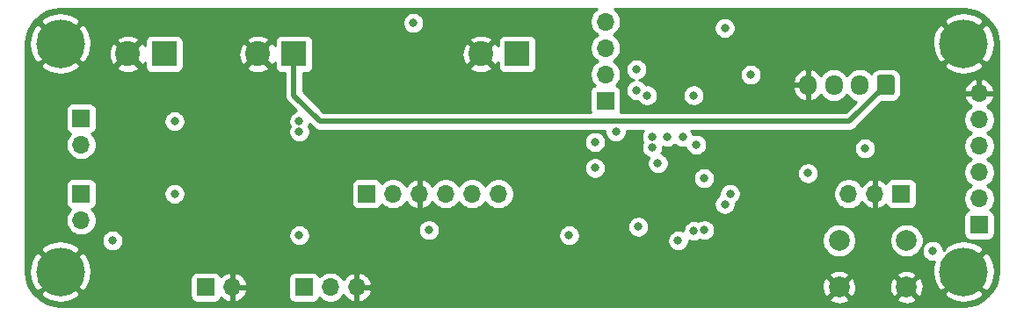
<source format=gbr>
G04 #@! TF.GenerationSoftware,KiCad,Pcbnew,5.1.10-88a1d61d58~90~ubuntu21.04.1*
G04 #@! TF.CreationDate,2021-09-07T11:54:35+02:00*
G04 #@! TF.ProjectId,DccDecoder,44636344-6563-46f6-9465-722e6b696361,rev?*
G04 #@! TF.SameCoordinates,Original*
G04 #@! TF.FileFunction,Copper,L2,Inr*
G04 #@! TF.FilePolarity,Positive*
%FSLAX46Y46*%
G04 Gerber Fmt 4.6, Leading zero omitted, Abs format (unit mm)*
G04 Created by KiCad (PCBNEW 5.1.10-88a1d61d58~90~ubuntu21.04.1) date 2021-09-07 11:54:35*
%MOMM*%
%LPD*%
G01*
G04 APERTURE LIST*
G04 #@! TA.AperFunction,ComponentPad*
%ADD10O,1.700000X1.700000*%
G04 #@! TD*
G04 #@! TA.AperFunction,ComponentPad*
%ADD11R,1.700000X1.700000*%
G04 #@! TD*
G04 #@! TA.AperFunction,ComponentPad*
%ADD12C,4.700000*%
G04 #@! TD*
G04 #@! TA.AperFunction,ComponentPad*
%ADD13C,2.000000*%
G04 #@! TD*
G04 #@! TA.AperFunction,ComponentPad*
%ADD14R,2.400000X2.400000*%
G04 #@! TD*
G04 #@! TA.AperFunction,ComponentPad*
%ADD15C,2.400000*%
G04 #@! TD*
G04 #@! TA.AperFunction,ComponentPad*
%ADD16O,1.700000X1.950000*%
G04 #@! TD*
G04 #@! TA.AperFunction,ViaPad*
%ADD17C,0.800000*%
G04 #@! TD*
G04 #@! TA.AperFunction,Conductor*
%ADD18C,0.500000*%
G04 #@! TD*
G04 #@! TA.AperFunction,Conductor*
%ADD19C,0.254000*%
G04 #@! TD*
G04 #@! TA.AperFunction,Conductor*
%ADD20C,0.100000*%
G04 #@! TD*
G04 APERTURE END LIST*
D10*
X81500000Y-41880000D03*
X81500000Y-44420000D03*
X81500000Y-46960000D03*
D11*
X81500000Y-49500000D03*
D10*
X45540000Y-67500000D03*
D11*
X43000000Y-67500000D03*
D10*
X57540000Y-67500000D03*
X55000000Y-67500000D03*
D11*
X52460000Y-67500000D03*
D10*
X31000000Y-61040000D03*
D11*
X31000000Y-58500000D03*
D10*
X30995000Y-53755000D03*
D11*
X30995000Y-51215000D03*
X110000000Y-58500000D03*
D10*
X107460000Y-58500000D03*
X104920000Y-58500000D03*
X117500000Y-48800000D03*
X117500000Y-51340000D03*
X117500000Y-53880000D03*
X117500000Y-56420000D03*
X117500000Y-58960000D03*
D11*
X117500000Y-61500000D03*
X58500000Y-58500000D03*
D10*
X61040000Y-58500000D03*
X63580000Y-58500000D03*
X66120000Y-58500000D03*
X68660000Y-58500000D03*
X71200000Y-58500000D03*
D12*
X116000000Y-66000000D03*
X29000000Y-66000000D03*
X29000000Y-44000000D03*
X116000000Y-44000000D03*
D13*
X104000000Y-67500000D03*
X104000000Y-63000000D03*
X110500000Y-67500000D03*
X110500000Y-63000000D03*
D14*
X39000000Y-45000000D03*
D15*
X35500000Y-45000000D03*
D14*
X73000000Y-45000000D03*
D15*
X69500000Y-45000000D03*
D14*
X51500000Y-45000000D03*
D15*
X48000000Y-45000000D03*
D16*
X101000000Y-48000000D03*
X103500000Y-48000000D03*
X106000000Y-48000000D03*
G04 #@! TA.AperFunction,ComponentPad*
G36*
G01*
X109350000Y-47275000D02*
X109350000Y-48725000D01*
G75*
G02*
X109100000Y-48975000I-250000J0D01*
G01*
X107900000Y-48975000D01*
G75*
G02*
X107650000Y-48725000I0J250000D01*
G01*
X107650000Y-47275000D01*
G75*
G02*
X107900000Y-47025000I250000J0D01*
G01*
X109100000Y-47025000D01*
G75*
G02*
X109350000Y-47275000I0J-250000D01*
G01*
G37*
G04 #@! TD.AperFunction*
D17*
X40000000Y-58500000D03*
X40000000Y-51500000D03*
X34000000Y-63000000D03*
X64500000Y-62000000D03*
X63000000Y-42000000D03*
X101000000Y-56500000D03*
X93000000Y-42500000D03*
X95500000Y-47000000D03*
X113000000Y-64000000D03*
X106500000Y-54124990D03*
X84666629Y-61666629D03*
X88500000Y-63000000D03*
X84500000Y-46500000D03*
X87479978Y-53000000D03*
X84500000Y-48500000D03*
X86000000Y-53000000D03*
X86549154Y-55549154D03*
X90000000Y-49000000D03*
X85500000Y-49000000D03*
X93500000Y-58500000D03*
X93000000Y-59500000D03*
X88929990Y-53009065D03*
X90250000Y-53750000D03*
X82500000Y-52500000D03*
X52000000Y-51500000D03*
X86000000Y-54000000D03*
X52000000Y-52500000D03*
X90012653Y-62081702D03*
X91012572Y-62000161D03*
X52000000Y-62500000D03*
X80500000Y-53500000D03*
X80500000Y-56000000D03*
X91000000Y-57000000D03*
X78000000Y-62500000D03*
D18*
X105000000Y-51500000D02*
X108500000Y-48000000D01*
X105000000Y-51500000D02*
X54000000Y-51500000D01*
X51500000Y-49000000D02*
X51500000Y-45000000D01*
X54000000Y-51500000D02*
X51500000Y-49000000D01*
D19*
X80553368Y-40726525D02*
X80346525Y-40933368D01*
X80184010Y-41176589D01*
X80072068Y-41446842D01*
X80015000Y-41733740D01*
X80015000Y-42026260D01*
X80072068Y-42313158D01*
X80184010Y-42583411D01*
X80346525Y-42826632D01*
X80553368Y-43033475D01*
X80727760Y-43150000D01*
X80553368Y-43266525D01*
X80346525Y-43473368D01*
X80184010Y-43716589D01*
X80072068Y-43986842D01*
X80015000Y-44273740D01*
X80015000Y-44566260D01*
X80072068Y-44853158D01*
X80184010Y-45123411D01*
X80346525Y-45366632D01*
X80553368Y-45573475D01*
X80727760Y-45690000D01*
X80553368Y-45806525D01*
X80346525Y-46013368D01*
X80184010Y-46256589D01*
X80072068Y-46526842D01*
X80015000Y-46813740D01*
X80015000Y-47106260D01*
X80072068Y-47393158D01*
X80184010Y-47663411D01*
X80346525Y-47906632D01*
X80478380Y-48038487D01*
X80405820Y-48060498D01*
X80295506Y-48119463D01*
X80198815Y-48198815D01*
X80119463Y-48295506D01*
X80060498Y-48405820D01*
X80024188Y-48525518D01*
X80011928Y-48650000D01*
X80011928Y-50350000D01*
X80024188Y-50474482D01*
X80060498Y-50594180D01*
X80071627Y-50615000D01*
X54366579Y-50615000D01*
X52385000Y-48633422D01*
X52385000Y-46838072D01*
X52700000Y-46838072D01*
X52824482Y-46825812D01*
X52944180Y-46789502D01*
X53054494Y-46730537D01*
X53151185Y-46651185D01*
X53230537Y-46554494D01*
X53289502Y-46444180D01*
X53325812Y-46324482D01*
X53330391Y-46277980D01*
X68401626Y-46277980D01*
X68521514Y-46562836D01*
X68845210Y-46723699D01*
X69194069Y-46818322D01*
X69554684Y-46843067D01*
X69913198Y-46796985D01*
X70255833Y-46681846D01*
X70478486Y-46562836D01*
X70598374Y-46277980D01*
X69500000Y-45179605D01*
X68401626Y-46277980D01*
X53330391Y-46277980D01*
X53338072Y-46200000D01*
X53338072Y-45054684D01*
X67656933Y-45054684D01*
X67703015Y-45413198D01*
X67818154Y-45755833D01*
X67937164Y-45978486D01*
X68222020Y-46098374D01*
X69320395Y-45000000D01*
X69679605Y-45000000D01*
X70777980Y-46098374D01*
X71062836Y-45978486D01*
X71161928Y-45779088D01*
X71161928Y-46200000D01*
X71174188Y-46324482D01*
X71210498Y-46444180D01*
X71269463Y-46554494D01*
X71348815Y-46651185D01*
X71445506Y-46730537D01*
X71555820Y-46789502D01*
X71675518Y-46825812D01*
X71800000Y-46838072D01*
X74200000Y-46838072D01*
X74324482Y-46825812D01*
X74444180Y-46789502D01*
X74554494Y-46730537D01*
X74651185Y-46651185D01*
X74730537Y-46554494D01*
X74789502Y-46444180D01*
X74825812Y-46324482D01*
X74838072Y-46200000D01*
X74838072Y-43800000D01*
X74825812Y-43675518D01*
X74789502Y-43555820D01*
X74730537Y-43445506D01*
X74651185Y-43348815D01*
X74554494Y-43269463D01*
X74444180Y-43210498D01*
X74324482Y-43174188D01*
X74200000Y-43161928D01*
X71800000Y-43161928D01*
X71675518Y-43174188D01*
X71555820Y-43210498D01*
X71445506Y-43269463D01*
X71348815Y-43348815D01*
X71269463Y-43445506D01*
X71210498Y-43555820D01*
X71174188Y-43675518D01*
X71161928Y-43800000D01*
X71161928Y-44206903D01*
X71062836Y-44021514D01*
X70777980Y-43901626D01*
X69679605Y-45000000D01*
X69320395Y-45000000D01*
X68222020Y-43901626D01*
X67937164Y-44021514D01*
X67776301Y-44345210D01*
X67681678Y-44694069D01*
X67656933Y-45054684D01*
X53338072Y-45054684D01*
X53338072Y-43800000D01*
X53330392Y-43722020D01*
X68401626Y-43722020D01*
X69500000Y-44820395D01*
X70598374Y-43722020D01*
X70478486Y-43437164D01*
X70154790Y-43276301D01*
X69805931Y-43181678D01*
X69445316Y-43156933D01*
X69086802Y-43203015D01*
X68744167Y-43318154D01*
X68521514Y-43437164D01*
X68401626Y-43722020D01*
X53330392Y-43722020D01*
X53325812Y-43675518D01*
X53289502Y-43555820D01*
X53230537Y-43445506D01*
X53151185Y-43348815D01*
X53054494Y-43269463D01*
X52944180Y-43210498D01*
X52824482Y-43174188D01*
X52700000Y-43161928D01*
X50300000Y-43161928D01*
X50175518Y-43174188D01*
X50055820Y-43210498D01*
X49945506Y-43269463D01*
X49848815Y-43348815D01*
X49769463Y-43445506D01*
X49710498Y-43555820D01*
X49674188Y-43675518D01*
X49661928Y-43800000D01*
X49661928Y-44206903D01*
X49562836Y-44021514D01*
X49277980Y-43901626D01*
X48179605Y-45000000D01*
X49277980Y-46098374D01*
X49562836Y-45978486D01*
X49661928Y-45779088D01*
X49661928Y-46200000D01*
X49674188Y-46324482D01*
X49710498Y-46444180D01*
X49769463Y-46554494D01*
X49848815Y-46651185D01*
X49945506Y-46730537D01*
X50055820Y-46789502D01*
X50175518Y-46825812D01*
X50300000Y-46838072D01*
X50615001Y-46838072D01*
X50615000Y-48956531D01*
X50610719Y-49000000D01*
X50615000Y-49043469D01*
X50615000Y-49043476D01*
X50627805Y-49173489D01*
X50678411Y-49340312D01*
X50760589Y-49494058D01*
X50871183Y-49628817D01*
X50904956Y-49656534D01*
X51744055Y-50495633D01*
X51698102Y-50504774D01*
X51509744Y-50582795D01*
X51340226Y-50696063D01*
X51196063Y-50840226D01*
X51082795Y-51009744D01*
X51004774Y-51198102D01*
X50965000Y-51398061D01*
X50965000Y-51601939D01*
X51004774Y-51801898D01*
X51082795Y-51990256D01*
X51089306Y-52000000D01*
X51082795Y-52009744D01*
X51004774Y-52198102D01*
X50965000Y-52398061D01*
X50965000Y-52601939D01*
X51004774Y-52801898D01*
X51082795Y-52990256D01*
X51196063Y-53159774D01*
X51340226Y-53303937D01*
X51509744Y-53417205D01*
X51698102Y-53495226D01*
X51898061Y-53535000D01*
X52101939Y-53535000D01*
X52301898Y-53495226D01*
X52490256Y-53417205D01*
X52518907Y-53398061D01*
X79465000Y-53398061D01*
X79465000Y-53601939D01*
X79504774Y-53801898D01*
X79582795Y-53990256D01*
X79696063Y-54159774D01*
X79840226Y-54303937D01*
X80009744Y-54417205D01*
X80198102Y-54495226D01*
X80398061Y-54535000D01*
X80601939Y-54535000D01*
X80801898Y-54495226D01*
X80990256Y-54417205D01*
X81159774Y-54303937D01*
X81303937Y-54159774D01*
X81417205Y-53990256D01*
X81495226Y-53801898D01*
X81535000Y-53601939D01*
X81535000Y-53398061D01*
X81495226Y-53198102D01*
X81417205Y-53009744D01*
X81303937Y-52840226D01*
X81159774Y-52696063D01*
X80990256Y-52582795D01*
X80801898Y-52504774D01*
X80601939Y-52465000D01*
X80398061Y-52465000D01*
X80198102Y-52504774D01*
X80009744Y-52582795D01*
X79840226Y-52696063D01*
X79696063Y-52840226D01*
X79582795Y-53009744D01*
X79504774Y-53198102D01*
X79465000Y-53398061D01*
X52518907Y-53398061D01*
X52659774Y-53303937D01*
X52803937Y-53159774D01*
X52917205Y-52990256D01*
X52995226Y-52801898D01*
X53035000Y-52601939D01*
X53035000Y-52398061D01*
X52995226Y-52198102D01*
X52917205Y-52009744D01*
X52910694Y-52000000D01*
X52917205Y-51990256D01*
X52995226Y-51801898D01*
X53004366Y-51755945D01*
X53343470Y-52095049D01*
X53371183Y-52128817D01*
X53404951Y-52156530D01*
X53404953Y-52156532D01*
X53455606Y-52198102D01*
X53505941Y-52239411D01*
X53659687Y-52321589D01*
X53826510Y-52372195D01*
X53956523Y-52385000D01*
X53956531Y-52385000D01*
X54000000Y-52389281D01*
X54043469Y-52385000D01*
X81467598Y-52385000D01*
X81465000Y-52398061D01*
X81465000Y-52601939D01*
X81504774Y-52801898D01*
X81582795Y-52990256D01*
X81696063Y-53159774D01*
X81840226Y-53303937D01*
X82009744Y-53417205D01*
X82198102Y-53495226D01*
X82398061Y-53535000D01*
X82601939Y-53535000D01*
X82801898Y-53495226D01*
X82990256Y-53417205D01*
X83159774Y-53303937D01*
X83303937Y-53159774D01*
X83417205Y-52990256D01*
X83495226Y-52801898D01*
X83535000Y-52601939D01*
X83535000Y-52398061D01*
X83532402Y-52385000D01*
X85166146Y-52385000D01*
X85082795Y-52509744D01*
X85004774Y-52698102D01*
X84965000Y-52898061D01*
X84965000Y-53101939D01*
X85004774Y-53301898D01*
X85082795Y-53490256D01*
X85089306Y-53500000D01*
X85082795Y-53509744D01*
X85004774Y-53698102D01*
X84965000Y-53898061D01*
X84965000Y-54101939D01*
X85004774Y-54301898D01*
X85082795Y-54490256D01*
X85196063Y-54659774D01*
X85340226Y-54803937D01*
X85509744Y-54917205D01*
X85679611Y-54987567D01*
X85631949Y-55058898D01*
X85553928Y-55247256D01*
X85514154Y-55447215D01*
X85514154Y-55651093D01*
X85553928Y-55851052D01*
X85631949Y-56039410D01*
X85745217Y-56208928D01*
X85889380Y-56353091D01*
X86058898Y-56466359D01*
X86247256Y-56544380D01*
X86447215Y-56584154D01*
X86651093Y-56584154D01*
X86851052Y-56544380D01*
X87039410Y-56466359D01*
X87208928Y-56353091D01*
X87353091Y-56208928D01*
X87466359Y-56039410D01*
X87544380Y-55851052D01*
X87584154Y-55651093D01*
X87584154Y-55447215D01*
X87544380Y-55247256D01*
X87466359Y-55058898D01*
X87353091Y-54889380D01*
X87208928Y-54745217D01*
X87039410Y-54631949D01*
X86869543Y-54561587D01*
X86917205Y-54490256D01*
X86995226Y-54301898D01*
X87035000Y-54101939D01*
X87035000Y-53935960D01*
X87178080Y-53995226D01*
X87378039Y-54035000D01*
X87581917Y-54035000D01*
X87781876Y-53995226D01*
X87970234Y-53917205D01*
X88139752Y-53803937D01*
X88200452Y-53743238D01*
X88270216Y-53813002D01*
X88439734Y-53926270D01*
X88628092Y-54004291D01*
X88828051Y-54044065D01*
X89031929Y-54044065D01*
X89231888Y-54004291D01*
X89244283Y-53999157D01*
X89254774Y-54051898D01*
X89332795Y-54240256D01*
X89446063Y-54409774D01*
X89590226Y-54553937D01*
X89759744Y-54667205D01*
X89948102Y-54745226D01*
X90148061Y-54785000D01*
X90351939Y-54785000D01*
X90551898Y-54745226D01*
X90740256Y-54667205D01*
X90909774Y-54553937D01*
X91053937Y-54409774D01*
X91167205Y-54240256D01*
X91245226Y-54051898D01*
X91250963Y-54023051D01*
X105465000Y-54023051D01*
X105465000Y-54226929D01*
X105504774Y-54426888D01*
X105582795Y-54615246D01*
X105696063Y-54784764D01*
X105840226Y-54928927D01*
X106009744Y-55042195D01*
X106198102Y-55120216D01*
X106398061Y-55159990D01*
X106601939Y-55159990D01*
X106801898Y-55120216D01*
X106990256Y-55042195D01*
X107159774Y-54928927D01*
X107303937Y-54784764D01*
X107417205Y-54615246D01*
X107495226Y-54426888D01*
X107535000Y-54226929D01*
X107535000Y-54023051D01*
X107495226Y-53823092D01*
X107417205Y-53634734D01*
X107303937Y-53465216D01*
X107159774Y-53321053D01*
X106990256Y-53207785D01*
X106801898Y-53129764D01*
X106601939Y-53089990D01*
X106398061Y-53089990D01*
X106198102Y-53129764D01*
X106009744Y-53207785D01*
X105840226Y-53321053D01*
X105696063Y-53465216D01*
X105582795Y-53634734D01*
X105504774Y-53823092D01*
X105465000Y-54023051D01*
X91250963Y-54023051D01*
X91285000Y-53851939D01*
X91285000Y-53648061D01*
X91245226Y-53448102D01*
X91167205Y-53259744D01*
X91053937Y-53090226D01*
X90909774Y-52946063D01*
X90740256Y-52832795D01*
X90551898Y-52754774D01*
X90351939Y-52715000D01*
X90148061Y-52715000D01*
X89948102Y-52754774D01*
X89935707Y-52759908D01*
X89925216Y-52707167D01*
X89847195Y-52518809D01*
X89757787Y-52385000D01*
X104956531Y-52385000D01*
X105000000Y-52389281D01*
X105043469Y-52385000D01*
X105043477Y-52385000D01*
X105173490Y-52372195D01*
X105340313Y-52321589D01*
X105494059Y-52239411D01*
X105628817Y-52128817D01*
X105656534Y-52095044D01*
X108138507Y-49613072D01*
X109100000Y-49613072D01*
X109273254Y-49596008D01*
X109439850Y-49545472D01*
X109593386Y-49463405D01*
X109727962Y-49352962D01*
X109838405Y-49218386D01*
X109920472Y-49064850D01*
X109971008Y-48898254D01*
X109988072Y-48725000D01*
X109988072Y-48443110D01*
X116058524Y-48443110D01*
X116179845Y-48673000D01*
X117373000Y-48673000D01*
X117373000Y-47479186D01*
X117627000Y-47479186D01*
X117627000Y-48673000D01*
X118820155Y-48673000D01*
X118941476Y-48443110D01*
X118896825Y-48295901D01*
X118771641Y-48033080D01*
X118597588Y-47799731D01*
X118381355Y-47604822D01*
X118131252Y-47455843D01*
X117856891Y-47358519D01*
X117627000Y-47479186D01*
X117373000Y-47479186D01*
X117143109Y-47358519D01*
X116868748Y-47455843D01*
X116618645Y-47604822D01*
X116402412Y-47799731D01*
X116228359Y-48033080D01*
X116103175Y-48295901D01*
X116058524Y-48443110D01*
X109988072Y-48443110D01*
X109988072Y-47275000D01*
X109971008Y-47101746D01*
X109920472Y-46935150D01*
X109838405Y-46781614D01*
X109727962Y-46647038D01*
X109593386Y-46536595D01*
X109439850Y-46454528D01*
X109273254Y-46403992D01*
X109100000Y-46386928D01*
X107900000Y-46386928D01*
X107726746Y-46403992D01*
X107560150Y-46454528D01*
X107406614Y-46536595D01*
X107272038Y-46647038D01*
X107161595Y-46781614D01*
X107107223Y-46883337D01*
X107055134Y-46819866D01*
X106829014Y-46634294D01*
X106571034Y-46496401D01*
X106291111Y-46411487D01*
X106000000Y-46382815D01*
X105708890Y-46411487D01*
X105428967Y-46496401D01*
X105170987Y-46634294D01*
X104944866Y-46819866D01*
X104759294Y-47045986D01*
X104750000Y-47063374D01*
X104740706Y-47045986D01*
X104555134Y-46819866D01*
X104329014Y-46634294D01*
X104071034Y-46496401D01*
X103791111Y-46411487D01*
X103500000Y-46382815D01*
X103208890Y-46411487D01*
X102928967Y-46496401D01*
X102670987Y-46634294D01*
X102444866Y-46819866D01*
X102259294Y-47045986D01*
X102245538Y-47071722D01*
X102089049Y-46865571D01*
X101871193Y-46672504D01*
X101619858Y-46525648D01*
X101356890Y-46433524D01*
X101127000Y-46554845D01*
X101127000Y-47873000D01*
X101147000Y-47873000D01*
X101147000Y-48127000D01*
X101127000Y-48127000D01*
X101127000Y-49445155D01*
X101356890Y-49566476D01*
X101619858Y-49474352D01*
X101871193Y-49327496D01*
X102089049Y-49134429D01*
X102245538Y-48928278D01*
X102259294Y-48954013D01*
X102444866Y-49180134D01*
X102670986Y-49365706D01*
X102928966Y-49503599D01*
X103208889Y-49588513D01*
X103500000Y-49617185D01*
X103791110Y-49588513D01*
X104071033Y-49503599D01*
X104329013Y-49365706D01*
X104555134Y-49180134D01*
X104740706Y-48954014D01*
X104750000Y-48936626D01*
X104759294Y-48954013D01*
X104944866Y-49180134D01*
X105170986Y-49365706D01*
X105428966Y-49503599D01*
X105671309Y-49577113D01*
X104633422Y-50615000D01*
X82928373Y-50615000D01*
X82939502Y-50594180D01*
X82975812Y-50474482D01*
X82988072Y-50350000D01*
X82988072Y-48650000D01*
X82975812Y-48525518D01*
X82939502Y-48405820D01*
X82880537Y-48295506D01*
X82801185Y-48198815D01*
X82704494Y-48119463D01*
X82594180Y-48060498D01*
X82521620Y-48038487D01*
X82653475Y-47906632D01*
X82815990Y-47663411D01*
X82927932Y-47393158D01*
X82985000Y-47106260D01*
X82985000Y-46813740D01*
X82927932Y-46526842D01*
X82874590Y-46398061D01*
X83465000Y-46398061D01*
X83465000Y-46601939D01*
X83504774Y-46801898D01*
X83582795Y-46990256D01*
X83696063Y-47159774D01*
X83840226Y-47303937D01*
X84009744Y-47417205D01*
X84198102Y-47495226D01*
X84222103Y-47500000D01*
X84198102Y-47504774D01*
X84009744Y-47582795D01*
X83840226Y-47696063D01*
X83696063Y-47840226D01*
X83582795Y-48009744D01*
X83504774Y-48198102D01*
X83465000Y-48398061D01*
X83465000Y-48601939D01*
X83504774Y-48801898D01*
X83582795Y-48990256D01*
X83696063Y-49159774D01*
X83840226Y-49303937D01*
X84009744Y-49417205D01*
X84198102Y-49495226D01*
X84398061Y-49535000D01*
X84601939Y-49535000D01*
X84611430Y-49533112D01*
X84696063Y-49659774D01*
X84840226Y-49803937D01*
X85009744Y-49917205D01*
X85198102Y-49995226D01*
X85398061Y-50035000D01*
X85601939Y-50035000D01*
X85801898Y-49995226D01*
X85990256Y-49917205D01*
X86159774Y-49803937D01*
X86303937Y-49659774D01*
X86417205Y-49490256D01*
X86495226Y-49301898D01*
X86535000Y-49101939D01*
X86535000Y-48898061D01*
X88965000Y-48898061D01*
X88965000Y-49101939D01*
X89004774Y-49301898D01*
X89082795Y-49490256D01*
X89196063Y-49659774D01*
X89340226Y-49803937D01*
X89509744Y-49917205D01*
X89698102Y-49995226D01*
X89898061Y-50035000D01*
X90101939Y-50035000D01*
X90301898Y-49995226D01*
X90490256Y-49917205D01*
X90659774Y-49803937D01*
X90803937Y-49659774D01*
X90917205Y-49490256D01*
X90995226Y-49301898D01*
X91035000Y-49101939D01*
X91035000Y-48898061D01*
X90995226Y-48698102D01*
X90917205Y-48509744D01*
X90816660Y-48359267D01*
X99533680Y-48359267D01*
X99607558Y-48640830D01*
X99734947Y-48902570D01*
X99910951Y-49134429D01*
X100128807Y-49327496D01*
X100380142Y-49474352D01*
X100643110Y-49566476D01*
X100873000Y-49445155D01*
X100873000Y-48127000D01*
X99673835Y-48127000D01*
X99533680Y-48359267D01*
X90816660Y-48359267D01*
X90803937Y-48340226D01*
X90659774Y-48196063D01*
X90490256Y-48082795D01*
X90301898Y-48004774D01*
X90101939Y-47965000D01*
X89898061Y-47965000D01*
X89698102Y-48004774D01*
X89509744Y-48082795D01*
X89340226Y-48196063D01*
X89196063Y-48340226D01*
X89082795Y-48509744D01*
X89004774Y-48698102D01*
X88965000Y-48898061D01*
X86535000Y-48898061D01*
X86495226Y-48698102D01*
X86417205Y-48509744D01*
X86303937Y-48340226D01*
X86159774Y-48196063D01*
X85990256Y-48082795D01*
X85801898Y-48004774D01*
X85601939Y-47965000D01*
X85398061Y-47965000D01*
X85388570Y-47966888D01*
X85303937Y-47840226D01*
X85159774Y-47696063D01*
X84990256Y-47582795D01*
X84801898Y-47504774D01*
X84777897Y-47500000D01*
X84801898Y-47495226D01*
X84990256Y-47417205D01*
X85159774Y-47303937D01*
X85303937Y-47159774D01*
X85417205Y-46990256D01*
X85455393Y-46898061D01*
X94465000Y-46898061D01*
X94465000Y-47101939D01*
X94504774Y-47301898D01*
X94582795Y-47490256D01*
X94696063Y-47659774D01*
X94840226Y-47803937D01*
X95009744Y-47917205D01*
X95198102Y-47995226D01*
X95398061Y-48035000D01*
X95601939Y-48035000D01*
X95801898Y-47995226D01*
X95990256Y-47917205D01*
X96159774Y-47803937D01*
X96303937Y-47659774D01*
X96316659Y-47640733D01*
X99533680Y-47640733D01*
X99673835Y-47873000D01*
X100873000Y-47873000D01*
X100873000Y-46554845D01*
X100643110Y-46433524D01*
X100380142Y-46525648D01*
X100128807Y-46672504D01*
X99910951Y-46865571D01*
X99734947Y-47097430D01*
X99607558Y-47359170D01*
X99533680Y-47640733D01*
X96316659Y-47640733D01*
X96417205Y-47490256D01*
X96495226Y-47301898D01*
X96535000Y-47101939D01*
X96535000Y-46898061D01*
X96495226Y-46698102D01*
X96417205Y-46509744D01*
X96303937Y-46340226D01*
X96159774Y-46196063D01*
X96010720Y-46096468D01*
X114083137Y-46096468D01*
X114341298Y-46499073D01*
X114860715Y-46774651D01*
X115423913Y-46943601D01*
X116009250Y-46999430D01*
X116594233Y-46939992D01*
X117156379Y-46767571D01*
X117658702Y-46499073D01*
X117916863Y-46096468D01*
X116000000Y-44179605D01*
X114083137Y-46096468D01*
X96010720Y-46096468D01*
X95990256Y-46082795D01*
X95801898Y-46004774D01*
X95601939Y-45965000D01*
X95398061Y-45965000D01*
X95198102Y-46004774D01*
X95009744Y-46082795D01*
X94840226Y-46196063D01*
X94696063Y-46340226D01*
X94582795Y-46509744D01*
X94504774Y-46698102D01*
X94465000Y-46898061D01*
X85455393Y-46898061D01*
X85495226Y-46801898D01*
X85535000Y-46601939D01*
X85535000Y-46398061D01*
X85495226Y-46198102D01*
X85417205Y-46009744D01*
X85303937Y-45840226D01*
X85159774Y-45696063D01*
X84990256Y-45582795D01*
X84801898Y-45504774D01*
X84601939Y-45465000D01*
X84398061Y-45465000D01*
X84198102Y-45504774D01*
X84009744Y-45582795D01*
X83840226Y-45696063D01*
X83696063Y-45840226D01*
X83582795Y-46009744D01*
X83504774Y-46198102D01*
X83465000Y-46398061D01*
X82874590Y-46398061D01*
X82815990Y-46256589D01*
X82653475Y-46013368D01*
X82446632Y-45806525D01*
X82272240Y-45690000D01*
X82446632Y-45573475D01*
X82653475Y-45366632D01*
X82815990Y-45123411D01*
X82927932Y-44853158D01*
X82985000Y-44566260D01*
X82985000Y-44273740D01*
X82932390Y-44009250D01*
X113000570Y-44009250D01*
X113060008Y-44594233D01*
X113232429Y-45156379D01*
X113500927Y-45658702D01*
X113903532Y-45916863D01*
X115820395Y-44000000D01*
X116179605Y-44000000D01*
X118096468Y-45916863D01*
X118499073Y-45658702D01*
X118774651Y-45139285D01*
X118943601Y-44576087D01*
X118999430Y-43990750D01*
X118939992Y-43405767D01*
X118767571Y-42843621D01*
X118499073Y-42341298D01*
X118096468Y-42083137D01*
X116179605Y-44000000D01*
X115820395Y-44000000D01*
X113903532Y-42083137D01*
X113500927Y-42341298D01*
X113225349Y-42860715D01*
X113056399Y-43423913D01*
X113000570Y-44009250D01*
X82932390Y-44009250D01*
X82927932Y-43986842D01*
X82815990Y-43716589D01*
X82653475Y-43473368D01*
X82446632Y-43266525D01*
X82272240Y-43150000D01*
X82446632Y-43033475D01*
X82653475Y-42826632D01*
X82815990Y-42583411D01*
X82892764Y-42398061D01*
X91965000Y-42398061D01*
X91965000Y-42601939D01*
X92004774Y-42801898D01*
X92082795Y-42990256D01*
X92196063Y-43159774D01*
X92340226Y-43303937D01*
X92509744Y-43417205D01*
X92698102Y-43495226D01*
X92898061Y-43535000D01*
X93101939Y-43535000D01*
X93301898Y-43495226D01*
X93490256Y-43417205D01*
X93659774Y-43303937D01*
X93803937Y-43159774D01*
X93917205Y-42990256D01*
X93995226Y-42801898D01*
X94035000Y-42601939D01*
X94035000Y-42398061D01*
X93995226Y-42198102D01*
X93917205Y-42009744D01*
X93846237Y-41903532D01*
X114083137Y-41903532D01*
X116000000Y-43820395D01*
X117916863Y-41903532D01*
X117658702Y-41500927D01*
X117139285Y-41225349D01*
X116576087Y-41056399D01*
X115990750Y-41000570D01*
X115405767Y-41060008D01*
X114843621Y-41232429D01*
X114341298Y-41500927D01*
X114083137Y-41903532D01*
X93846237Y-41903532D01*
X93803937Y-41840226D01*
X93659774Y-41696063D01*
X93490256Y-41582795D01*
X93301898Y-41504774D01*
X93101939Y-41465000D01*
X92898061Y-41465000D01*
X92698102Y-41504774D01*
X92509744Y-41582795D01*
X92340226Y-41696063D01*
X92196063Y-41840226D01*
X92082795Y-42009744D01*
X92004774Y-42198102D01*
X91965000Y-42398061D01*
X82892764Y-42398061D01*
X82927932Y-42313158D01*
X82985000Y-42026260D01*
X82985000Y-41733740D01*
X82927932Y-41446842D01*
X82815990Y-41176589D01*
X82653475Y-40933368D01*
X82446632Y-40726525D01*
X82347070Y-40660000D01*
X115967722Y-40660000D01*
X116648126Y-40726714D01*
X117271572Y-40914943D01*
X117846579Y-41220681D01*
X118351247Y-41632279D01*
X118766362Y-42134067D01*
X119076105Y-42706924D01*
X119268682Y-43329039D01*
X119340000Y-44007584D01*
X119340001Y-65967711D01*
X119273286Y-66648126D01*
X119085057Y-67271570D01*
X118779323Y-67846573D01*
X118367721Y-68351248D01*
X117865933Y-68766362D01*
X117293077Y-69076104D01*
X116670961Y-69268682D01*
X115992417Y-69340000D01*
X29032279Y-69340000D01*
X28351874Y-69273286D01*
X27728430Y-69085057D01*
X27153427Y-68779323D01*
X26648752Y-68367721D01*
X26424353Y-68096468D01*
X27083137Y-68096468D01*
X27341298Y-68499073D01*
X27860715Y-68774651D01*
X28423913Y-68943601D01*
X29009250Y-68999430D01*
X29594233Y-68939992D01*
X30156379Y-68767571D01*
X30658702Y-68499073D01*
X30916863Y-68096468D01*
X29000000Y-66179605D01*
X27083137Y-68096468D01*
X26424353Y-68096468D01*
X26233638Y-67865933D01*
X25923896Y-67293077D01*
X25731318Y-66670961D01*
X25661770Y-66009250D01*
X26000570Y-66009250D01*
X26060008Y-66594233D01*
X26232429Y-67156379D01*
X26500927Y-67658702D01*
X26903532Y-67916863D01*
X28820395Y-66000000D01*
X29179605Y-66000000D01*
X31096468Y-67916863D01*
X31499073Y-67658702D01*
X31774651Y-67139285D01*
X31921428Y-66650000D01*
X41511928Y-66650000D01*
X41511928Y-68350000D01*
X41524188Y-68474482D01*
X41560498Y-68594180D01*
X41619463Y-68704494D01*
X41698815Y-68801185D01*
X41795506Y-68880537D01*
X41905820Y-68939502D01*
X42025518Y-68975812D01*
X42150000Y-68988072D01*
X43850000Y-68988072D01*
X43974482Y-68975812D01*
X44094180Y-68939502D01*
X44204494Y-68880537D01*
X44301185Y-68801185D01*
X44380537Y-68704494D01*
X44439502Y-68594180D01*
X44463966Y-68513534D01*
X44539731Y-68597588D01*
X44773080Y-68771641D01*
X45035901Y-68896825D01*
X45183110Y-68941476D01*
X45413000Y-68820155D01*
X45413000Y-67627000D01*
X45667000Y-67627000D01*
X45667000Y-68820155D01*
X45896890Y-68941476D01*
X46044099Y-68896825D01*
X46306920Y-68771641D01*
X46540269Y-68597588D01*
X46735178Y-68381355D01*
X46884157Y-68131252D01*
X46981481Y-67856891D01*
X46860814Y-67627000D01*
X45667000Y-67627000D01*
X45413000Y-67627000D01*
X45393000Y-67627000D01*
X45393000Y-67373000D01*
X45413000Y-67373000D01*
X45413000Y-66179845D01*
X45667000Y-66179845D01*
X45667000Y-67373000D01*
X46860814Y-67373000D01*
X46981481Y-67143109D01*
X46884157Y-66868748D01*
X46753856Y-66650000D01*
X50971928Y-66650000D01*
X50971928Y-68350000D01*
X50984188Y-68474482D01*
X51020498Y-68594180D01*
X51079463Y-68704494D01*
X51158815Y-68801185D01*
X51255506Y-68880537D01*
X51365820Y-68939502D01*
X51485518Y-68975812D01*
X51610000Y-68988072D01*
X53310000Y-68988072D01*
X53434482Y-68975812D01*
X53554180Y-68939502D01*
X53664494Y-68880537D01*
X53761185Y-68801185D01*
X53840537Y-68704494D01*
X53899502Y-68594180D01*
X53921513Y-68521620D01*
X54053368Y-68653475D01*
X54296589Y-68815990D01*
X54566842Y-68927932D01*
X54853740Y-68985000D01*
X55146260Y-68985000D01*
X55433158Y-68927932D01*
X55703411Y-68815990D01*
X55946632Y-68653475D01*
X56153475Y-68446632D01*
X56275195Y-68264466D01*
X56344822Y-68381355D01*
X56539731Y-68597588D01*
X56773080Y-68771641D01*
X57035901Y-68896825D01*
X57183110Y-68941476D01*
X57413000Y-68820155D01*
X57413000Y-67627000D01*
X57667000Y-67627000D01*
X57667000Y-68820155D01*
X57896890Y-68941476D01*
X58044099Y-68896825D01*
X58306920Y-68771641D01*
X58489557Y-68635413D01*
X103044192Y-68635413D01*
X103139956Y-68899814D01*
X103429571Y-69040704D01*
X103741108Y-69122384D01*
X104062595Y-69141718D01*
X104381675Y-69097961D01*
X104686088Y-68992795D01*
X104860044Y-68899814D01*
X104955808Y-68635413D01*
X109544192Y-68635413D01*
X109639956Y-68899814D01*
X109929571Y-69040704D01*
X110241108Y-69122384D01*
X110562595Y-69141718D01*
X110881675Y-69097961D01*
X111186088Y-68992795D01*
X111360044Y-68899814D01*
X111455808Y-68635413D01*
X110500000Y-67679605D01*
X109544192Y-68635413D01*
X104955808Y-68635413D01*
X104000000Y-67679605D01*
X103044192Y-68635413D01*
X58489557Y-68635413D01*
X58540269Y-68597588D01*
X58735178Y-68381355D01*
X58884157Y-68131252D01*
X58981481Y-67856891D01*
X58860814Y-67627000D01*
X57667000Y-67627000D01*
X57413000Y-67627000D01*
X57393000Y-67627000D01*
X57393000Y-67562595D01*
X102358282Y-67562595D01*
X102402039Y-67881675D01*
X102507205Y-68186088D01*
X102600186Y-68360044D01*
X102864587Y-68455808D01*
X103820395Y-67500000D01*
X104179605Y-67500000D01*
X105135413Y-68455808D01*
X105399814Y-68360044D01*
X105540704Y-68070429D01*
X105622384Y-67758892D01*
X105634189Y-67562595D01*
X108858282Y-67562595D01*
X108902039Y-67881675D01*
X109007205Y-68186088D01*
X109100186Y-68360044D01*
X109364587Y-68455808D01*
X110320395Y-67500000D01*
X110679605Y-67500000D01*
X111635413Y-68455808D01*
X111899814Y-68360044D01*
X112028036Y-68096468D01*
X114083137Y-68096468D01*
X114341298Y-68499073D01*
X114860715Y-68774651D01*
X115423913Y-68943601D01*
X116009250Y-68999430D01*
X116594233Y-68939992D01*
X117156379Y-68767571D01*
X117658702Y-68499073D01*
X117916863Y-68096468D01*
X116000000Y-66179605D01*
X114083137Y-68096468D01*
X112028036Y-68096468D01*
X112040704Y-68070429D01*
X112122384Y-67758892D01*
X112141718Y-67437405D01*
X112097961Y-67118325D01*
X111992795Y-66813912D01*
X111899814Y-66639956D01*
X111635413Y-66544192D01*
X110679605Y-67500000D01*
X110320395Y-67500000D01*
X109364587Y-66544192D01*
X109100186Y-66639956D01*
X108959296Y-66929571D01*
X108877616Y-67241108D01*
X108858282Y-67562595D01*
X105634189Y-67562595D01*
X105641718Y-67437405D01*
X105597961Y-67118325D01*
X105492795Y-66813912D01*
X105399814Y-66639956D01*
X105135413Y-66544192D01*
X104179605Y-67500000D01*
X103820395Y-67500000D01*
X102864587Y-66544192D01*
X102600186Y-66639956D01*
X102459296Y-66929571D01*
X102377616Y-67241108D01*
X102358282Y-67562595D01*
X57393000Y-67562595D01*
X57393000Y-67373000D01*
X57413000Y-67373000D01*
X57413000Y-66179845D01*
X57667000Y-66179845D01*
X57667000Y-67373000D01*
X58860814Y-67373000D01*
X58981481Y-67143109D01*
X58884157Y-66868748D01*
X58735178Y-66618645D01*
X58540269Y-66402412D01*
X58489558Y-66364587D01*
X103044192Y-66364587D01*
X104000000Y-67320395D01*
X104955808Y-66364587D01*
X109544192Y-66364587D01*
X110500000Y-67320395D01*
X111455808Y-66364587D01*
X111360044Y-66100186D01*
X111070429Y-65959296D01*
X110758892Y-65877616D01*
X110437405Y-65858282D01*
X110118325Y-65902039D01*
X109813912Y-66007205D01*
X109639956Y-66100186D01*
X109544192Y-66364587D01*
X104955808Y-66364587D01*
X104860044Y-66100186D01*
X104570429Y-65959296D01*
X104258892Y-65877616D01*
X103937405Y-65858282D01*
X103618325Y-65902039D01*
X103313912Y-66007205D01*
X103139956Y-66100186D01*
X103044192Y-66364587D01*
X58489558Y-66364587D01*
X58306920Y-66228359D01*
X58044099Y-66103175D01*
X57896890Y-66058524D01*
X57667000Y-66179845D01*
X57413000Y-66179845D01*
X57183110Y-66058524D01*
X57035901Y-66103175D01*
X56773080Y-66228359D01*
X56539731Y-66402412D01*
X56344822Y-66618645D01*
X56275195Y-66735534D01*
X56153475Y-66553368D01*
X55946632Y-66346525D01*
X55703411Y-66184010D01*
X55433158Y-66072068D01*
X55146260Y-66015000D01*
X54853740Y-66015000D01*
X54566842Y-66072068D01*
X54296589Y-66184010D01*
X54053368Y-66346525D01*
X53921513Y-66478380D01*
X53899502Y-66405820D01*
X53840537Y-66295506D01*
X53761185Y-66198815D01*
X53664494Y-66119463D01*
X53554180Y-66060498D01*
X53434482Y-66024188D01*
X53310000Y-66011928D01*
X51610000Y-66011928D01*
X51485518Y-66024188D01*
X51365820Y-66060498D01*
X51255506Y-66119463D01*
X51158815Y-66198815D01*
X51079463Y-66295506D01*
X51020498Y-66405820D01*
X50984188Y-66525518D01*
X50971928Y-66650000D01*
X46753856Y-66650000D01*
X46735178Y-66618645D01*
X46540269Y-66402412D01*
X46306920Y-66228359D01*
X46044099Y-66103175D01*
X45896890Y-66058524D01*
X45667000Y-66179845D01*
X45413000Y-66179845D01*
X45183110Y-66058524D01*
X45035901Y-66103175D01*
X44773080Y-66228359D01*
X44539731Y-66402412D01*
X44463966Y-66486466D01*
X44439502Y-66405820D01*
X44380537Y-66295506D01*
X44301185Y-66198815D01*
X44204494Y-66119463D01*
X44094180Y-66060498D01*
X43974482Y-66024188D01*
X43850000Y-66011928D01*
X42150000Y-66011928D01*
X42025518Y-66024188D01*
X41905820Y-66060498D01*
X41795506Y-66119463D01*
X41698815Y-66198815D01*
X41619463Y-66295506D01*
X41560498Y-66405820D01*
X41524188Y-66525518D01*
X41511928Y-66650000D01*
X31921428Y-66650000D01*
X31943601Y-66576087D01*
X31999430Y-65990750D01*
X31939992Y-65405767D01*
X31767571Y-64843621D01*
X31499073Y-64341298D01*
X31096468Y-64083137D01*
X29179605Y-66000000D01*
X28820395Y-66000000D01*
X26903532Y-64083137D01*
X26500927Y-64341298D01*
X26225349Y-64860715D01*
X26056399Y-65423913D01*
X26000570Y-66009250D01*
X25661770Y-66009250D01*
X25660000Y-65992417D01*
X25660000Y-63903532D01*
X27083137Y-63903532D01*
X29000000Y-65820395D01*
X30916863Y-63903532D01*
X30658702Y-63500927D01*
X30139285Y-63225349D01*
X29576087Y-63056399D01*
X28990750Y-63000570D01*
X28405767Y-63060008D01*
X27843621Y-63232429D01*
X27341298Y-63500927D01*
X27083137Y-63903532D01*
X25660000Y-63903532D01*
X25660000Y-62898061D01*
X32965000Y-62898061D01*
X32965000Y-63101939D01*
X33004774Y-63301898D01*
X33082795Y-63490256D01*
X33196063Y-63659774D01*
X33340226Y-63803937D01*
X33509744Y-63917205D01*
X33698102Y-63995226D01*
X33898061Y-64035000D01*
X34101939Y-64035000D01*
X34301898Y-63995226D01*
X34490256Y-63917205D01*
X34659774Y-63803937D01*
X34803937Y-63659774D01*
X34917205Y-63490256D01*
X34995226Y-63301898D01*
X35035000Y-63101939D01*
X35035000Y-62898061D01*
X34995226Y-62698102D01*
X34917205Y-62509744D01*
X34842582Y-62398061D01*
X50965000Y-62398061D01*
X50965000Y-62601939D01*
X51004774Y-62801898D01*
X51082795Y-62990256D01*
X51196063Y-63159774D01*
X51340226Y-63303937D01*
X51509744Y-63417205D01*
X51698102Y-63495226D01*
X51898061Y-63535000D01*
X52101939Y-63535000D01*
X52301898Y-63495226D01*
X52490256Y-63417205D01*
X52659774Y-63303937D01*
X52803937Y-63159774D01*
X52917205Y-62990256D01*
X52995226Y-62801898D01*
X53035000Y-62601939D01*
X53035000Y-62398061D01*
X52995226Y-62198102D01*
X52917205Y-62009744D01*
X52842582Y-61898061D01*
X63465000Y-61898061D01*
X63465000Y-62101939D01*
X63504774Y-62301898D01*
X63582795Y-62490256D01*
X63696063Y-62659774D01*
X63840226Y-62803937D01*
X64009744Y-62917205D01*
X64198102Y-62995226D01*
X64398061Y-63035000D01*
X64601939Y-63035000D01*
X64801898Y-62995226D01*
X64990256Y-62917205D01*
X65159774Y-62803937D01*
X65303937Y-62659774D01*
X65417205Y-62490256D01*
X65455393Y-62398061D01*
X76965000Y-62398061D01*
X76965000Y-62601939D01*
X77004774Y-62801898D01*
X77082795Y-62990256D01*
X77196063Y-63159774D01*
X77340226Y-63303937D01*
X77509744Y-63417205D01*
X77698102Y-63495226D01*
X77898061Y-63535000D01*
X78101939Y-63535000D01*
X78301898Y-63495226D01*
X78490256Y-63417205D01*
X78659774Y-63303937D01*
X78803937Y-63159774D01*
X78917205Y-62990256D01*
X78955393Y-62898061D01*
X87465000Y-62898061D01*
X87465000Y-63101939D01*
X87504774Y-63301898D01*
X87582795Y-63490256D01*
X87696063Y-63659774D01*
X87840226Y-63803937D01*
X88009744Y-63917205D01*
X88198102Y-63995226D01*
X88398061Y-64035000D01*
X88601939Y-64035000D01*
X88801898Y-63995226D01*
X88990256Y-63917205D01*
X89159774Y-63803937D01*
X89303937Y-63659774D01*
X89417205Y-63490256D01*
X89495226Y-63301898D01*
X89535000Y-63101939D01*
X89535000Y-63004127D01*
X89710755Y-63076928D01*
X89910714Y-63116702D01*
X90114592Y-63116702D01*
X90314551Y-63076928D01*
X90502909Y-62998907D01*
X90585670Y-62943608D01*
X90710674Y-62995387D01*
X90910633Y-63035161D01*
X91114511Y-63035161D01*
X91314470Y-62995387D01*
X91502828Y-62917366D01*
X91620160Y-62838967D01*
X102365000Y-62838967D01*
X102365000Y-63161033D01*
X102427832Y-63476912D01*
X102551082Y-63774463D01*
X102730013Y-64042252D01*
X102957748Y-64269987D01*
X103225537Y-64448918D01*
X103523088Y-64572168D01*
X103838967Y-64635000D01*
X104161033Y-64635000D01*
X104476912Y-64572168D01*
X104774463Y-64448918D01*
X105042252Y-64269987D01*
X105269987Y-64042252D01*
X105448918Y-63774463D01*
X105572168Y-63476912D01*
X105635000Y-63161033D01*
X105635000Y-62838967D01*
X108865000Y-62838967D01*
X108865000Y-63161033D01*
X108927832Y-63476912D01*
X109051082Y-63774463D01*
X109230013Y-64042252D01*
X109457748Y-64269987D01*
X109725537Y-64448918D01*
X110023088Y-64572168D01*
X110338967Y-64635000D01*
X110661033Y-64635000D01*
X110976912Y-64572168D01*
X111274463Y-64448918D01*
X111542252Y-64269987D01*
X111769987Y-64042252D01*
X111866332Y-63898061D01*
X111965000Y-63898061D01*
X111965000Y-64101939D01*
X112004774Y-64301898D01*
X112082795Y-64490256D01*
X112196063Y-64659774D01*
X112340226Y-64803937D01*
X112509744Y-64917205D01*
X112698102Y-64995226D01*
X112898061Y-65035000D01*
X113101939Y-65035000D01*
X113177580Y-65019954D01*
X113056399Y-65423913D01*
X113000570Y-66009250D01*
X113060008Y-66594233D01*
X113232429Y-67156379D01*
X113500927Y-67658702D01*
X113903532Y-67916863D01*
X115820395Y-66000000D01*
X116179605Y-66000000D01*
X118096468Y-67916863D01*
X118499073Y-67658702D01*
X118774651Y-67139285D01*
X118943601Y-66576087D01*
X118999430Y-65990750D01*
X118939992Y-65405767D01*
X118767571Y-64843621D01*
X118499073Y-64341298D01*
X118096468Y-64083137D01*
X116179605Y-66000000D01*
X115820395Y-66000000D01*
X115806253Y-65985858D01*
X115985858Y-65806253D01*
X116000000Y-65820395D01*
X117916863Y-63903532D01*
X117658702Y-63500927D01*
X117139285Y-63225349D01*
X116576087Y-63056399D01*
X115990750Y-63000570D01*
X115405767Y-63060008D01*
X114843621Y-63232429D01*
X114341298Y-63500927D01*
X114083138Y-63903530D01*
X114024405Y-63844797D01*
X113995226Y-63698102D01*
X113917205Y-63509744D01*
X113803937Y-63340226D01*
X113659774Y-63196063D01*
X113490256Y-63082795D01*
X113301898Y-63004774D01*
X113101939Y-62965000D01*
X112898061Y-62965000D01*
X112698102Y-63004774D01*
X112509744Y-63082795D01*
X112340226Y-63196063D01*
X112196063Y-63340226D01*
X112082795Y-63509744D01*
X112004774Y-63698102D01*
X111965000Y-63898061D01*
X111866332Y-63898061D01*
X111948918Y-63774463D01*
X112072168Y-63476912D01*
X112135000Y-63161033D01*
X112135000Y-62838967D01*
X112072168Y-62523088D01*
X111948918Y-62225537D01*
X111769987Y-61957748D01*
X111542252Y-61730013D01*
X111274463Y-61551082D01*
X110976912Y-61427832D01*
X110661033Y-61365000D01*
X110338967Y-61365000D01*
X110023088Y-61427832D01*
X109725537Y-61551082D01*
X109457748Y-61730013D01*
X109230013Y-61957748D01*
X109051082Y-62225537D01*
X108927832Y-62523088D01*
X108865000Y-62838967D01*
X105635000Y-62838967D01*
X105572168Y-62523088D01*
X105448918Y-62225537D01*
X105269987Y-61957748D01*
X105042252Y-61730013D01*
X104774463Y-61551082D01*
X104476912Y-61427832D01*
X104161033Y-61365000D01*
X103838967Y-61365000D01*
X103523088Y-61427832D01*
X103225537Y-61551082D01*
X102957748Y-61730013D01*
X102730013Y-61957748D01*
X102551082Y-62225537D01*
X102427832Y-62523088D01*
X102365000Y-62838967D01*
X91620160Y-62838967D01*
X91672346Y-62804098D01*
X91816509Y-62659935D01*
X91929777Y-62490417D01*
X92007798Y-62302059D01*
X92047572Y-62102100D01*
X92047572Y-61898222D01*
X92007798Y-61698263D01*
X91929777Y-61509905D01*
X91816509Y-61340387D01*
X91672346Y-61196224D01*
X91502828Y-61082956D01*
X91314470Y-61004935D01*
X91114511Y-60965161D01*
X90910633Y-60965161D01*
X90710674Y-61004935D01*
X90522316Y-61082956D01*
X90439555Y-61138255D01*
X90314551Y-61086476D01*
X90114592Y-61046702D01*
X89910714Y-61046702D01*
X89710755Y-61086476D01*
X89522397Y-61164497D01*
X89352879Y-61277765D01*
X89208716Y-61421928D01*
X89095448Y-61591446D01*
X89017427Y-61779804D01*
X88977653Y-61979763D01*
X88977653Y-62077575D01*
X88801898Y-62004774D01*
X88601939Y-61965000D01*
X88398061Y-61965000D01*
X88198102Y-62004774D01*
X88009744Y-62082795D01*
X87840226Y-62196063D01*
X87696063Y-62340226D01*
X87582795Y-62509744D01*
X87504774Y-62698102D01*
X87465000Y-62898061D01*
X78955393Y-62898061D01*
X78995226Y-62801898D01*
X79035000Y-62601939D01*
X79035000Y-62398061D01*
X78995226Y-62198102D01*
X78917205Y-62009744D01*
X78803937Y-61840226D01*
X78659774Y-61696063D01*
X78490256Y-61582795D01*
X78446547Y-61564690D01*
X83631629Y-61564690D01*
X83631629Y-61768568D01*
X83671403Y-61968527D01*
X83749424Y-62156885D01*
X83862692Y-62326403D01*
X84006855Y-62470566D01*
X84176373Y-62583834D01*
X84364731Y-62661855D01*
X84564690Y-62701629D01*
X84768568Y-62701629D01*
X84968527Y-62661855D01*
X85156885Y-62583834D01*
X85326403Y-62470566D01*
X85470566Y-62326403D01*
X85583834Y-62156885D01*
X85661855Y-61968527D01*
X85701629Y-61768568D01*
X85701629Y-61564690D01*
X85661855Y-61364731D01*
X85583834Y-61176373D01*
X85470566Y-61006855D01*
X85326403Y-60862692D01*
X85156885Y-60749424D01*
X84968527Y-60671403D01*
X84860926Y-60650000D01*
X116011928Y-60650000D01*
X116011928Y-62350000D01*
X116024188Y-62474482D01*
X116060498Y-62594180D01*
X116119463Y-62704494D01*
X116198815Y-62801185D01*
X116295506Y-62880537D01*
X116405820Y-62939502D01*
X116525518Y-62975812D01*
X116650000Y-62988072D01*
X118350000Y-62988072D01*
X118474482Y-62975812D01*
X118594180Y-62939502D01*
X118704494Y-62880537D01*
X118801185Y-62801185D01*
X118880537Y-62704494D01*
X118939502Y-62594180D01*
X118975812Y-62474482D01*
X118988072Y-62350000D01*
X118988072Y-60650000D01*
X118975812Y-60525518D01*
X118939502Y-60405820D01*
X118880537Y-60295506D01*
X118801185Y-60198815D01*
X118704494Y-60119463D01*
X118594180Y-60060498D01*
X118521620Y-60038487D01*
X118653475Y-59906632D01*
X118815990Y-59663411D01*
X118927932Y-59393158D01*
X118985000Y-59106260D01*
X118985000Y-58813740D01*
X118927932Y-58526842D01*
X118815990Y-58256589D01*
X118653475Y-58013368D01*
X118446632Y-57806525D01*
X118272240Y-57690000D01*
X118446632Y-57573475D01*
X118653475Y-57366632D01*
X118815990Y-57123411D01*
X118927932Y-56853158D01*
X118985000Y-56566260D01*
X118985000Y-56273740D01*
X118927932Y-55986842D01*
X118815990Y-55716589D01*
X118653475Y-55473368D01*
X118446632Y-55266525D01*
X118272240Y-55150000D01*
X118446632Y-55033475D01*
X118653475Y-54826632D01*
X118815990Y-54583411D01*
X118927932Y-54313158D01*
X118985000Y-54026260D01*
X118985000Y-53733740D01*
X118927932Y-53446842D01*
X118815990Y-53176589D01*
X118653475Y-52933368D01*
X118446632Y-52726525D01*
X118272240Y-52610000D01*
X118446632Y-52493475D01*
X118653475Y-52286632D01*
X118815990Y-52043411D01*
X118927932Y-51773158D01*
X118985000Y-51486260D01*
X118985000Y-51193740D01*
X118927932Y-50906842D01*
X118815990Y-50636589D01*
X118653475Y-50393368D01*
X118446632Y-50186525D01*
X118264466Y-50064805D01*
X118381355Y-49995178D01*
X118597588Y-49800269D01*
X118771641Y-49566920D01*
X118896825Y-49304099D01*
X118941476Y-49156890D01*
X118820155Y-48927000D01*
X117627000Y-48927000D01*
X117627000Y-48947000D01*
X117373000Y-48947000D01*
X117373000Y-48927000D01*
X116179845Y-48927000D01*
X116058524Y-49156890D01*
X116103175Y-49304099D01*
X116228359Y-49566920D01*
X116402412Y-49800269D01*
X116618645Y-49995178D01*
X116735534Y-50064805D01*
X116553368Y-50186525D01*
X116346525Y-50393368D01*
X116184010Y-50636589D01*
X116072068Y-50906842D01*
X116015000Y-51193740D01*
X116015000Y-51486260D01*
X116072068Y-51773158D01*
X116184010Y-52043411D01*
X116346525Y-52286632D01*
X116553368Y-52493475D01*
X116727760Y-52610000D01*
X116553368Y-52726525D01*
X116346525Y-52933368D01*
X116184010Y-53176589D01*
X116072068Y-53446842D01*
X116015000Y-53733740D01*
X116015000Y-54026260D01*
X116072068Y-54313158D01*
X116184010Y-54583411D01*
X116346525Y-54826632D01*
X116553368Y-55033475D01*
X116727760Y-55150000D01*
X116553368Y-55266525D01*
X116346525Y-55473368D01*
X116184010Y-55716589D01*
X116072068Y-55986842D01*
X116015000Y-56273740D01*
X116015000Y-56566260D01*
X116072068Y-56853158D01*
X116184010Y-57123411D01*
X116346525Y-57366632D01*
X116553368Y-57573475D01*
X116727760Y-57690000D01*
X116553368Y-57806525D01*
X116346525Y-58013368D01*
X116184010Y-58256589D01*
X116072068Y-58526842D01*
X116015000Y-58813740D01*
X116015000Y-59106260D01*
X116072068Y-59393158D01*
X116184010Y-59663411D01*
X116346525Y-59906632D01*
X116478380Y-60038487D01*
X116405820Y-60060498D01*
X116295506Y-60119463D01*
X116198815Y-60198815D01*
X116119463Y-60295506D01*
X116060498Y-60405820D01*
X116024188Y-60525518D01*
X116011928Y-60650000D01*
X84860926Y-60650000D01*
X84768568Y-60631629D01*
X84564690Y-60631629D01*
X84364731Y-60671403D01*
X84176373Y-60749424D01*
X84006855Y-60862692D01*
X83862692Y-61006855D01*
X83749424Y-61176373D01*
X83671403Y-61364731D01*
X83631629Y-61564690D01*
X78446547Y-61564690D01*
X78301898Y-61504774D01*
X78101939Y-61465000D01*
X77898061Y-61465000D01*
X77698102Y-61504774D01*
X77509744Y-61582795D01*
X77340226Y-61696063D01*
X77196063Y-61840226D01*
X77082795Y-62009744D01*
X77004774Y-62198102D01*
X76965000Y-62398061D01*
X65455393Y-62398061D01*
X65495226Y-62301898D01*
X65535000Y-62101939D01*
X65535000Y-61898061D01*
X65495226Y-61698102D01*
X65417205Y-61509744D01*
X65303937Y-61340226D01*
X65159774Y-61196063D01*
X64990256Y-61082795D01*
X64801898Y-61004774D01*
X64601939Y-60965000D01*
X64398061Y-60965000D01*
X64198102Y-61004774D01*
X64009744Y-61082795D01*
X63840226Y-61196063D01*
X63696063Y-61340226D01*
X63582795Y-61509744D01*
X63504774Y-61698102D01*
X63465000Y-61898061D01*
X52842582Y-61898061D01*
X52803937Y-61840226D01*
X52659774Y-61696063D01*
X52490256Y-61582795D01*
X52301898Y-61504774D01*
X52101939Y-61465000D01*
X51898061Y-61465000D01*
X51698102Y-61504774D01*
X51509744Y-61582795D01*
X51340226Y-61696063D01*
X51196063Y-61840226D01*
X51082795Y-62009744D01*
X51004774Y-62198102D01*
X50965000Y-62398061D01*
X34842582Y-62398061D01*
X34803937Y-62340226D01*
X34659774Y-62196063D01*
X34490256Y-62082795D01*
X34301898Y-62004774D01*
X34101939Y-61965000D01*
X33898061Y-61965000D01*
X33698102Y-62004774D01*
X33509744Y-62082795D01*
X33340226Y-62196063D01*
X33196063Y-62340226D01*
X33082795Y-62509744D01*
X33004774Y-62698102D01*
X32965000Y-62898061D01*
X25660000Y-62898061D01*
X25660000Y-57650000D01*
X29511928Y-57650000D01*
X29511928Y-59350000D01*
X29524188Y-59474482D01*
X29560498Y-59594180D01*
X29619463Y-59704494D01*
X29698815Y-59801185D01*
X29795506Y-59880537D01*
X29905820Y-59939502D01*
X29978380Y-59961513D01*
X29846525Y-60093368D01*
X29684010Y-60336589D01*
X29572068Y-60606842D01*
X29515000Y-60893740D01*
X29515000Y-61186260D01*
X29572068Y-61473158D01*
X29684010Y-61743411D01*
X29846525Y-61986632D01*
X30053368Y-62193475D01*
X30296589Y-62355990D01*
X30566842Y-62467932D01*
X30853740Y-62525000D01*
X31146260Y-62525000D01*
X31433158Y-62467932D01*
X31703411Y-62355990D01*
X31946632Y-62193475D01*
X32153475Y-61986632D01*
X32315990Y-61743411D01*
X32427932Y-61473158D01*
X32485000Y-61186260D01*
X32485000Y-60893740D01*
X32427932Y-60606842D01*
X32315990Y-60336589D01*
X32153475Y-60093368D01*
X32021620Y-59961513D01*
X32094180Y-59939502D01*
X32204494Y-59880537D01*
X32301185Y-59801185D01*
X32380537Y-59704494D01*
X32439502Y-59594180D01*
X32475812Y-59474482D01*
X32488072Y-59350000D01*
X32488072Y-58398061D01*
X38965000Y-58398061D01*
X38965000Y-58601939D01*
X39004774Y-58801898D01*
X39082795Y-58990256D01*
X39196063Y-59159774D01*
X39340226Y-59303937D01*
X39509744Y-59417205D01*
X39698102Y-59495226D01*
X39898061Y-59535000D01*
X40101939Y-59535000D01*
X40301898Y-59495226D01*
X40490256Y-59417205D01*
X40659774Y-59303937D01*
X40803937Y-59159774D01*
X40917205Y-58990256D01*
X40995226Y-58801898D01*
X41035000Y-58601939D01*
X41035000Y-58398061D01*
X40995226Y-58198102D01*
X40917205Y-58009744D01*
X40803937Y-57840226D01*
X40659774Y-57696063D01*
X40590836Y-57650000D01*
X57011928Y-57650000D01*
X57011928Y-59350000D01*
X57024188Y-59474482D01*
X57060498Y-59594180D01*
X57119463Y-59704494D01*
X57198815Y-59801185D01*
X57295506Y-59880537D01*
X57405820Y-59939502D01*
X57525518Y-59975812D01*
X57650000Y-59988072D01*
X59350000Y-59988072D01*
X59474482Y-59975812D01*
X59594180Y-59939502D01*
X59704494Y-59880537D01*
X59801185Y-59801185D01*
X59880537Y-59704494D01*
X59939502Y-59594180D01*
X59961513Y-59521620D01*
X60093368Y-59653475D01*
X60336589Y-59815990D01*
X60606842Y-59927932D01*
X60893740Y-59985000D01*
X61186260Y-59985000D01*
X61473158Y-59927932D01*
X61743411Y-59815990D01*
X61986632Y-59653475D01*
X62193475Y-59446632D01*
X62315195Y-59264466D01*
X62384822Y-59381355D01*
X62579731Y-59597588D01*
X62813080Y-59771641D01*
X63075901Y-59896825D01*
X63223110Y-59941476D01*
X63453000Y-59820155D01*
X63453000Y-58627000D01*
X63433000Y-58627000D01*
X63433000Y-58373000D01*
X63453000Y-58373000D01*
X63453000Y-57179845D01*
X63707000Y-57179845D01*
X63707000Y-58373000D01*
X63727000Y-58373000D01*
X63727000Y-58627000D01*
X63707000Y-58627000D01*
X63707000Y-59820155D01*
X63936890Y-59941476D01*
X64084099Y-59896825D01*
X64346920Y-59771641D01*
X64580269Y-59597588D01*
X64775178Y-59381355D01*
X64844805Y-59264466D01*
X64966525Y-59446632D01*
X65173368Y-59653475D01*
X65416589Y-59815990D01*
X65686842Y-59927932D01*
X65973740Y-59985000D01*
X66266260Y-59985000D01*
X66553158Y-59927932D01*
X66823411Y-59815990D01*
X67066632Y-59653475D01*
X67273475Y-59446632D01*
X67390000Y-59272240D01*
X67506525Y-59446632D01*
X67713368Y-59653475D01*
X67956589Y-59815990D01*
X68226842Y-59927932D01*
X68513740Y-59985000D01*
X68806260Y-59985000D01*
X69093158Y-59927932D01*
X69363411Y-59815990D01*
X69606632Y-59653475D01*
X69813475Y-59446632D01*
X69930000Y-59272240D01*
X70046525Y-59446632D01*
X70253368Y-59653475D01*
X70496589Y-59815990D01*
X70766842Y-59927932D01*
X71053740Y-59985000D01*
X71346260Y-59985000D01*
X71633158Y-59927932D01*
X71903411Y-59815990D01*
X72146632Y-59653475D01*
X72353475Y-59446632D01*
X72385929Y-59398061D01*
X91965000Y-59398061D01*
X91965000Y-59601939D01*
X92004774Y-59801898D01*
X92082795Y-59990256D01*
X92196063Y-60159774D01*
X92340226Y-60303937D01*
X92509744Y-60417205D01*
X92698102Y-60495226D01*
X92898061Y-60535000D01*
X93101939Y-60535000D01*
X93301898Y-60495226D01*
X93490256Y-60417205D01*
X93659774Y-60303937D01*
X93803937Y-60159774D01*
X93917205Y-59990256D01*
X93995226Y-59801898D01*
X94035000Y-59601939D01*
X94035000Y-59398061D01*
X94033112Y-59388570D01*
X94159774Y-59303937D01*
X94303937Y-59159774D01*
X94417205Y-58990256D01*
X94495226Y-58801898D01*
X94535000Y-58601939D01*
X94535000Y-58398061D01*
X94526185Y-58353740D01*
X103435000Y-58353740D01*
X103435000Y-58646260D01*
X103492068Y-58933158D01*
X103604010Y-59203411D01*
X103766525Y-59446632D01*
X103973368Y-59653475D01*
X104216589Y-59815990D01*
X104486842Y-59927932D01*
X104773740Y-59985000D01*
X105066260Y-59985000D01*
X105353158Y-59927932D01*
X105623411Y-59815990D01*
X105866632Y-59653475D01*
X106073475Y-59446632D01*
X106195195Y-59264466D01*
X106264822Y-59381355D01*
X106459731Y-59597588D01*
X106693080Y-59771641D01*
X106955901Y-59896825D01*
X107103110Y-59941476D01*
X107333000Y-59820155D01*
X107333000Y-58627000D01*
X107313000Y-58627000D01*
X107313000Y-58373000D01*
X107333000Y-58373000D01*
X107333000Y-57179845D01*
X107587000Y-57179845D01*
X107587000Y-58373000D01*
X107607000Y-58373000D01*
X107607000Y-58627000D01*
X107587000Y-58627000D01*
X107587000Y-59820155D01*
X107816890Y-59941476D01*
X107964099Y-59896825D01*
X108226920Y-59771641D01*
X108460269Y-59597588D01*
X108536034Y-59513534D01*
X108560498Y-59594180D01*
X108619463Y-59704494D01*
X108698815Y-59801185D01*
X108795506Y-59880537D01*
X108905820Y-59939502D01*
X109025518Y-59975812D01*
X109150000Y-59988072D01*
X110850000Y-59988072D01*
X110974482Y-59975812D01*
X111094180Y-59939502D01*
X111204494Y-59880537D01*
X111301185Y-59801185D01*
X111380537Y-59704494D01*
X111439502Y-59594180D01*
X111475812Y-59474482D01*
X111488072Y-59350000D01*
X111488072Y-57650000D01*
X111475812Y-57525518D01*
X111439502Y-57405820D01*
X111380537Y-57295506D01*
X111301185Y-57198815D01*
X111204494Y-57119463D01*
X111094180Y-57060498D01*
X110974482Y-57024188D01*
X110850000Y-57011928D01*
X109150000Y-57011928D01*
X109025518Y-57024188D01*
X108905820Y-57060498D01*
X108795506Y-57119463D01*
X108698815Y-57198815D01*
X108619463Y-57295506D01*
X108560498Y-57405820D01*
X108536034Y-57486466D01*
X108460269Y-57402412D01*
X108226920Y-57228359D01*
X107964099Y-57103175D01*
X107816890Y-57058524D01*
X107587000Y-57179845D01*
X107333000Y-57179845D01*
X107103110Y-57058524D01*
X106955901Y-57103175D01*
X106693080Y-57228359D01*
X106459731Y-57402412D01*
X106264822Y-57618645D01*
X106195195Y-57735534D01*
X106073475Y-57553368D01*
X105866632Y-57346525D01*
X105623411Y-57184010D01*
X105353158Y-57072068D01*
X105066260Y-57015000D01*
X104773740Y-57015000D01*
X104486842Y-57072068D01*
X104216589Y-57184010D01*
X103973368Y-57346525D01*
X103766525Y-57553368D01*
X103604010Y-57796589D01*
X103492068Y-58066842D01*
X103435000Y-58353740D01*
X94526185Y-58353740D01*
X94495226Y-58198102D01*
X94417205Y-58009744D01*
X94303937Y-57840226D01*
X94159774Y-57696063D01*
X93990256Y-57582795D01*
X93801898Y-57504774D01*
X93601939Y-57465000D01*
X93398061Y-57465000D01*
X93198102Y-57504774D01*
X93009744Y-57582795D01*
X92840226Y-57696063D01*
X92696063Y-57840226D01*
X92582795Y-58009744D01*
X92504774Y-58198102D01*
X92465000Y-58398061D01*
X92465000Y-58601939D01*
X92466888Y-58611430D01*
X92340226Y-58696063D01*
X92196063Y-58840226D01*
X92082795Y-59009744D01*
X92004774Y-59198102D01*
X91965000Y-59398061D01*
X72385929Y-59398061D01*
X72515990Y-59203411D01*
X72627932Y-58933158D01*
X72685000Y-58646260D01*
X72685000Y-58353740D01*
X72627932Y-58066842D01*
X72515990Y-57796589D01*
X72353475Y-57553368D01*
X72146632Y-57346525D01*
X71903411Y-57184010D01*
X71633158Y-57072068D01*
X71346260Y-57015000D01*
X71053740Y-57015000D01*
X70766842Y-57072068D01*
X70496589Y-57184010D01*
X70253368Y-57346525D01*
X70046525Y-57553368D01*
X69930000Y-57727760D01*
X69813475Y-57553368D01*
X69606632Y-57346525D01*
X69363411Y-57184010D01*
X69093158Y-57072068D01*
X68806260Y-57015000D01*
X68513740Y-57015000D01*
X68226842Y-57072068D01*
X67956589Y-57184010D01*
X67713368Y-57346525D01*
X67506525Y-57553368D01*
X67390000Y-57727760D01*
X67273475Y-57553368D01*
X67066632Y-57346525D01*
X66823411Y-57184010D01*
X66553158Y-57072068D01*
X66266260Y-57015000D01*
X65973740Y-57015000D01*
X65686842Y-57072068D01*
X65416589Y-57184010D01*
X65173368Y-57346525D01*
X64966525Y-57553368D01*
X64844805Y-57735534D01*
X64775178Y-57618645D01*
X64580269Y-57402412D01*
X64346920Y-57228359D01*
X64084099Y-57103175D01*
X63936890Y-57058524D01*
X63707000Y-57179845D01*
X63453000Y-57179845D01*
X63223110Y-57058524D01*
X63075901Y-57103175D01*
X62813080Y-57228359D01*
X62579731Y-57402412D01*
X62384822Y-57618645D01*
X62315195Y-57735534D01*
X62193475Y-57553368D01*
X61986632Y-57346525D01*
X61743411Y-57184010D01*
X61473158Y-57072068D01*
X61186260Y-57015000D01*
X60893740Y-57015000D01*
X60606842Y-57072068D01*
X60336589Y-57184010D01*
X60093368Y-57346525D01*
X59961513Y-57478380D01*
X59939502Y-57405820D01*
X59880537Y-57295506D01*
X59801185Y-57198815D01*
X59704494Y-57119463D01*
X59594180Y-57060498D01*
X59474482Y-57024188D01*
X59350000Y-57011928D01*
X57650000Y-57011928D01*
X57525518Y-57024188D01*
X57405820Y-57060498D01*
X57295506Y-57119463D01*
X57198815Y-57198815D01*
X57119463Y-57295506D01*
X57060498Y-57405820D01*
X57024188Y-57525518D01*
X57011928Y-57650000D01*
X40590836Y-57650000D01*
X40490256Y-57582795D01*
X40301898Y-57504774D01*
X40101939Y-57465000D01*
X39898061Y-57465000D01*
X39698102Y-57504774D01*
X39509744Y-57582795D01*
X39340226Y-57696063D01*
X39196063Y-57840226D01*
X39082795Y-58009744D01*
X39004774Y-58198102D01*
X38965000Y-58398061D01*
X32488072Y-58398061D01*
X32488072Y-57650000D01*
X32475812Y-57525518D01*
X32439502Y-57405820D01*
X32380537Y-57295506D01*
X32301185Y-57198815D01*
X32204494Y-57119463D01*
X32094180Y-57060498D01*
X31974482Y-57024188D01*
X31850000Y-57011928D01*
X30150000Y-57011928D01*
X30025518Y-57024188D01*
X29905820Y-57060498D01*
X29795506Y-57119463D01*
X29698815Y-57198815D01*
X29619463Y-57295506D01*
X29560498Y-57405820D01*
X29524188Y-57525518D01*
X29511928Y-57650000D01*
X25660000Y-57650000D01*
X25660000Y-55898061D01*
X79465000Y-55898061D01*
X79465000Y-56101939D01*
X79504774Y-56301898D01*
X79582795Y-56490256D01*
X79696063Y-56659774D01*
X79840226Y-56803937D01*
X80009744Y-56917205D01*
X80198102Y-56995226D01*
X80398061Y-57035000D01*
X80601939Y-57035000D01*
X80801898Y-56995226D01*
X80990256Y-56917205D01*
X81018907Y-56898061D01*
X89965000Y-56898061D01*
X89965000Y-57101939D01*
X90004774Y-57301898D01*
X90082795Y-57490256D01*
X90196063Y-57659774D01*
X90340226Y-57803937D01*
X90509744Y-57917205D01*
X90698102Y-57995226D01*
X90898061Y-58035000D01*
X91101939Y-58035000D01*
X91301898Y-57995226D01*
X91490256Y-57917205D01*
X91659774Y-57803937D01*
X91803937Y-57659774D01*
X91917205Y-57490256D01*
X91995226Y-57301898D01*
X92035000Y-57101939D01*
X92035000Y-56898061D01*
X91995226Y-56698102D01*
X91917205Y-56509744D01*
X91842582Y-56398061D01*
X99965000Y-56398061D01*
X99965000Y-56601939D01*
X100004774Y-56801898D01*
X100082795Y-56990256D01*
X100196063Y-57159774D01*
X100340226Y-57303937D01*
X100509744Y-57417205D01*
X100698102Y-57495226D01*
X100898061Y-57535000D01*
X101101939Y-57535000D01*
X101301898Y-57495226D01*
X101490256Y-57417205D01*
X101659774Y-57303937D01*
X101803937Y-57159774D01*
X101917205Y-56990256D01*
X101995226Y-56801898D01*
X102035000Y-56601939D01*
X102035000Y-56398061D01*
X101995226Y-56198102D01*
X101917205Y-56009744D01*
X101803937Y-55840226D01*
X101659774Y-55696063D01*
X101490256Y-55582795D01*
X101301898Y-55504774D01*
X101101939Y-55465000D01*
X100898061Y-55465000D01*
X100698102Y-55504774D01*
X100509744Y-55582795D01*
X100340226Y-55696063D01*
X100196063Y-55840226D01*
X100082795Y-56009744D01*
X100004774Y-56198102D01*
X99965000Y-56398061D01*
X91842582Y-56398061D01*
X91803937Y-56340226D01*
X91659774Y-56196063D01*
X91490256Y-56082795D01*
X91301898Y-56004774D01*
X91101939Y-55965000D01*
X90898061Y-55965000D01*
X90698102Y-56004774D01*
X90509744Y-56082795D01*
X90340226Y-56196063D01*
X90196063Y-56340226D01*
X90082795Y-56509744D01*
X90004774Y-56698102D01*
X89965000Y-56898061D01*
X81018907Y-56898061D01*
X81159774Y-56803937D01*
X81303937Y-56659774D01*
X81417205Y-56490256D01*
X81495226Y-56301898D01*
X81535000Y-56101939D01*
X81535000Y-55898061D01*
X81495226Y-55698102D01*
X81417205Y-55509744D01*
X81303937Y-55340226D01*
X81159774Y-55196063D01*
X80990256Y-55082795D01*
X80801898Y-55004774D01*
X80601939Y-54965000D01*
X80398061Y-54965000D01*
X80198102Y-55004774D01*
X80009744Y-55082795D01*
X79840226Y-55196063D01*
X79696063Y-55340226D01*
X79582795Y-55509744D01*
X79504774Y-55698102D01*
X79465000Y-55898061D01*
X25660000Y-55898061D01*
X25660000Y-50365000D01*
X29506928Y-50365000D01*
X29506928Y-52065000D01*
X29519188Y-52189482D01*
X29555498Y-52309180D01*
X29614463Y-52419494D01*
X29693815Y-52516185D01*
X29790506Y-52595537D01*
X29900820Y-52654502D01*
X29973380Y-52676513D01*
X29841525Y-52808368D01*
X29679010Y-53051589D01*
X29567068Y-53321842D01*
X29510000Y-53608740D01*
X29510000Y-53901260D01*
X29567068Y-54188158D01*
X29679010Y-54458411D01*
X29841525Y-54701632D01*
X30048368Y-54908475D01*
X30291589Y-55070990D01*
X30561842Y-55182932D01*
X30848740Y-55240000D01*
X31141260Y-55240000D01*
X31428158Y-55182932D01*
X31698411Y-55070990D01*
X31941632Y-54908475D01*
X32148475Y-54701632D01*
X32310990Y-54458411D01*
X32422932Y-54188158D01*
X32480000Y-53901260D01*
X32480000Y-53608740D01*
X32422932Y-53321842D01*
X32310990Y-53051589D01*
X32148475Y-52808368D01*
X32016620Y-52676513D01*
X32089180Y-52654502D01*
X32199494Y-52595537D01*
X32296185Y-52516185D01*
X32375537Y-52419494D01*
X32434502Y-52309180D01*
X32470812Y-52189482D01*
X32483072Y-52065000D01*
X32483072Y-51398061D01*
X38965000Y-51398061D01*
X38965000Y-51601939D01*
X39004774Y-51801898D01*
X39082795Y-51990256D01*
X39196063Y-52159774D01*
X39340226Y-52303937D01*
X39509744Y-52417205D01*
X39698102Y-52495226D01*
X39898061Y-52535000D01*
X40101939Y-52535000D01*
X40301898Y-52495226D01*
X40490256Y-52417205D01*
X40659774Y-52303937D01*
X40803937Y-52159774D01*
X40917205Y-51990256D01*
X40995226Y-51801898D01*
X41035000Y-51601939D01*
X41035000Y-51398061D01*
X40995226Y-51198102D01*
X40917205Y-51009744D01*
X40803937Y-50840226D01*
X40659774Y-50696063D01*
X40490256Y-50582795D01*
X40301898Y-50504774D01*
X40101939Y-50465000D01*
X39898061Y-50465000D01*
X39698102Y-50504774D01*
X39509744Y-50582795D01*
X39340226Y-50696063D01*
X39196063Y-50840226D01*
X39082795Y-51009744D01*
X39004774Y-51198102D01*
X38965000Y-51398061D01*
X32483072Y-51398061D01*
X32483072Y-50365000D01*
X32470812Y-50240518D01*
X32434502Y-50120820D01*
X32375537Y-50010506D01*
X32296185Y-49913815D01*
X32199494Y-49834463D01*
X32089180Y-49775498D01*
X31969482Y-49739188D01*
X31845000Y-49726928D01*
X30145000Y-49726928D01*
X30020518Y-49739188D01*
X29900820Y-49775498D01*
X29790506Y-49834463D01*
X29693815Y-49913815D01*
X29614463Y-50010506D01*
X29555498Y-50120820D01*
X29519188Y-50240518D01*
X29506928Y-50365000D01*
X25660000Y-50365000D01*
X25660000Y-46096468D01*
X27083137Y-46096468D01*
X27341298Y-46499073D01*
X27860715Y-46774651D01*
X28423913Y-46943601D01*
X29009250Y-46999430D01*
X29594233Y-46939992D01*
X30156379Y-46767571D01*
X30658702Y-46499073D01*
X30800472Y-46277980D01*
X34401626Y-46277980D01*
X34521514Y-46562836D01*
X34845210Y-46723699D01*
X35194069Y-46818322D01*
X35554684Y-46843067D01*
X35913198Y-46796985D01*
X36255833Y-46681846D01*
X36478486Y-46562836D01*
X36598374Y-46277980D01*
X35500000Y-45179605D01*
X34401626Y-46277980D01*
X30800472Y-46277980D01*
X30916863Y-46096468D01*
X29000000Y-44179605D01*
X27083137Y-46096468D01*
X25660000Y-46096468D01*
X25660000Y-44032278D01*
X25662257Y-44009250D01*
X26000570Y-44009250D01*
X26060008Y-44594233D01*
X26232429Y-45156379D01*
X26500927Y-45658702D01*
X26903532Y-45916863D01*
X28820395Y-44000000D01*
X29179605Y-44000000D01*
X31096468Y-45916863D01*
X31499073Y-45658702D01*
X31774651Y-45139285D01*
X31800029Y-45054684D01*
X33656933Y-45054684D01*
X33703015Y-45413198D01*
X33818154Y-45755833D01*
X33937164Y-45978486D01*
X34222020Y-46098374D01*
X35320395Y-45000000D01*
X35679605Y-45000000D01*
X36777980Y-46098374D01*
X37062836Y-45978486D01*
X37161928Y-45779088D01*
X37161928Y-46200000D01*
X37174188Y-46324482D01*
X37210498Y-46444180D01*
X37269463Y-46554494D01*
X37348815Y-46651185D01*
X37445506Y-46730537D01*
X37555820Y-46789502D01*
X37675518Y-46825812D01*
X37800000Y-46838072D01*
X40200000Y-46838072D01*
X40324482Y-46825812D01*
X40444180Y-46789502D01*
X40554494Y-46730537D01*
X40651185Y-46651185D01*
X40730537Y-46554494D01*
X40789502Y-46444180D01*
X40825812Y-46324482D01*
X40830391Y-46277980D01*
X46901626Y-46277980D01*
X47021514Y-46562836D01*
X47345210Y-46723699D01*
X47694069Y-46818322D01*
X48054684Y-46843067D01*
X48413198Y-46796985D01*
X48755833Y-46681846D01*
X48978486Y-46562836D01*
X49098374Y-46277980D01*
X48000000Y-45179605D01*
X46901626Y-46277980D01*
X40830391Y-46277980D01*
X40838072Y-46200000D01*
X40838072Y-45054684D01*
X46156933Y-45054684D01*
X46203015Y-45413198D01*
X46318154Y-45755833D01*
X46437164Y-45978486D01*
X46722020Y-46098374D01*
X47820395Y-45000000D01*
X46722020Y-43901626D01*
X46437164Y-44021514D01*
X46276301Y-44345210D01*
X46181678Y-44694069D01*
X46156933Y-45054684D01*
X40838072Y-45054684D01*
X40838072Y-43800000D01*
X40830392Y-43722020D01*
X46901626Y-43722020D01*
X48000000Y-44820395D01*
X49098374Y-43722020D01*
X48978486Y-43437164D01*
X48654790Y-43276301D01*
X48305931Y-43181678D01*
X47945316Y-43156933D01*
X47586802Y-43203015D01*
X47244167Y-43318154D01*
X47021514Y-43437164D01*
X46901626Y-43722020D01*
X40830392Y-43722020D01*
X40825812Y-43675518D01*
X40789502Y-43555820D01*
X40730537Y-43445506D01*
X40651185Y-43348815D01*
X40554494Y-43269463D01*
X40444180Y-43210498D01*
X40324482Y-43174188D01*
X40200000Y-43161928D01*
X37800000Y-43161928D01*
X37675518Y-43174188D01*
X37555820Y-43210498D01*
X37445506Y-43269463D01*
X37348815Y-43348815D01*
X37269463Y-43445506D01*
X37210498Y-43555820D01*
X37174188Y-43675518D01*
X37161928Y-43800000D01*
X37161928Y-44206903D01*
X37062836Y-44021514D01*
X36777980Y-43901626D01*
X35679605Y-45000000D01*
X35320395Y-45000000D01*
X34222020Y-43901626D01*
X33937164Y-44021514D01*
X33776301Y-44345210D01*
X33681678Y-44694069D01*
X33656933Y-45054684D01*
X31800029Y-45054684D01*
X31943601Y-44576087D01*
X31999430Y-43990750D01*
X31972126Y-43722020D01*
X34401626Y-43722020D01*
X35500000Y-44820395D01*
X36598374Y-43722020D01*
X36478486Y-43437164D01*
X36154790Y-43276301D01*
X35805931Y-43181678D01*
X35445316Y-43156933D01*
X35086802Y-43203015D01*
X34744167Y-43318154D01*
X34521514Y-43437164D01*
X34401626Y-43722020D01*
X31972126Y-43722020D01*
X31939992Y-43405767D01*
X31767571Y-42843621D01*
X31499073Y-42341298D01*
X31096468Y-42083137D01*
X29179605Y-44000000D01*
X28820395Y-44000000D01*
X26903532Y-42083137D01*
X26500927Y-42341298D01*
X26225349Y-42860715D01*
X26056399Y-43423913D01*
X26000570Y-44009250D01*
X25662257Y-44009250D01*
X25726714Y-43351874D01*
X25914943Y-42728428D01*
X26220681Y-42153421D01*
X26424485Y-41903532D01*
X27083137Y-41903532D01*
X29000000Y-43820395D01*
X30916863Y-41903532D01*
X30913355Y-41898061D01*
X61965000Y-41898061D01*
X61965000Y-42101939D01*
X62004774Y-42301898D01*
X62082795Y-42490256D01*
X62196063Y-42659774D01*
X62340226Y-42803937D01*
X62509744Y-42917205D01*
X62698102Y-42995226D01*
X62898061Y-43035000D01*
X63101939Y-43035000D01*
X63301898Y-42995226D01*
X63490256Y-42917205D01*
X63659774Y-42803937D01*
X63803937Y-42659774D01*
X63917205Y-42490256D01*
X63995226Y-42301898D01*
X64035000Y-42101939D01*
X64035000Y-41898061D01*
X63995226Y-41698102D01*
X63917205Y-41509744D01*
X63803937Y-41340226D01*
X63659774Y-41196063D01*
X63490256Y-41082795D01*
X63301898Y-41004774D01*
X63101939Y-40965000D01*
X62898061Y-40965000D01*
X62698102Y-41004774D01*
X62509744Y-41082795D01*
X62340226Y-41196063D01*
X62196063Y-41340226D01*
X62082795Y-41509744D01*
X62004774Y-41698102D01*
X61965000Y-41898061D01*
X30913355Y-41898061D01*
X30658702Y-41500927D01*
X30139285Y-41225349D01*
X29576087Y-41056399D01*
X28990750Y-41000570D01*
X28405767Y-41060008D01*
X27843621Y-41232429D01*
X27341298Y-41500927D01*
X27083137Y-41903532D01*
X26424485Y-41903532D01*
X26632279Y-41648753D01*
X27134067Y-41233638D01*
X27706924Y-40923895D01*
X28329039Y-40731318D01*
X29007584Y-40660000D01*
X80652930Y-40660000D01*
X80553368Y-40726525D01*
G04 #@! TA.AperFunction,Conductor*
D20*
G36*
X80553368Y-40726525D02*
G01*
X80346525Y-40933368D01*
X80184010Y-41176589D01*
X80072068Y-41446842D01*
X80015000Y-41733740D01*
X80015000Y-42026260D01*
X80072068Y-42313158D01*
X80184010Y-42583411D01*
X80346525Y-42826632D01*
X80553368Y-43033475D01*
X80727760Y-43150000D01*
X80553368Y-43266525D01*
X80346525Y-43473368D01*
X80184010Y-43716589D01*
X80072068Y-43986842D01*
X80015000Y-44273740D01*
X80015000Y-44566260D01*
X80072068Y-44853158D01*
X80184010Y-45123411D01*
X80346525Y-45366632D01*
X80553368Y-45573475D01*
X80727760Y-45690000D01*
X80553368Y-45806525D01*
X80346525Y-46013368D01*
X80184010Y-46256589D01*
X80072068Y-46526842D01*
X80015000Y-46813740D01*
X80015000Y-47106260D01*
X80072068Y-47393158D01*
X80184010Y-47663411D01*
X80346525Y-47906632D01*
X80478380Y-48038487D01*
X80405820Y-48060498D01*
X80295506Y-48119463D01*
X80198815Y-48198815D01*
X80119463Y-48295506D01*
X80060498Y-48405820D01*
X80024188Y-48525518D01*
X80011928Y-48650000D01*
X80011928Y-50350000D01*
X80024188Y-50474482D01*
X80060498Y-50594180D01*
X80071627Y-50615000D01*
X54366579Y-50615000D01*
X52385000Y-48633422D01*
X52385000Y-46838072D01*
X52700000Y-46838072D01*
X52824482Y-46825812D01*
X52944180Y-46789502D01*
X53054494Y-46730537D01*
X53151185Y-46651185D01*
X53230537Y-46554494D01*
X53289502Y-46444180D01*
X53325812Y-46324482D01*
X53330391Y-46277980D01*
X68401626Y-46277980D01*
X68521514Y-46562836D01*
X68845210Y-46723699D01*
X69194069Y-46818322D01*
X69554684Y-46843067D01*
X69913198Y-46796985D01*
X70255833Y-46681846D01*
X70478486Y-46562836D01*
X70598374Y-46277980D01*
X69500000Y-45179605D01*
X68401626Y-46277980D01*
X53330391Y-46277980D01*
X53338072Y-46200000D01*
X53338072Y-45054684D01*
X67656933Y-45054684D01*
X67703015Y-45413198D01*
X67818154Y-45755833D01*
X67937164Y-45978486D01*
X68222020Y-46098374D01*
X69320395Y-45000000D01*
X69679605Y-45000000D01*
X70777980Y-46098374D01*
X71062836Y-45978486D01*
X71161928Y-45779088D01*
X71161928Y-46200000D01*
X71174188Y-46324482D01*
X71210498Y-46444180D01*
X71269463Y-46554494D01*
X71348815Y-46651185D01*
X71445506Y-46730537D01*
X71555820Y-46789502D01*
X71675518Y-46825812D01*
X71800000Y-46838072D01*
X74200000Y-46838072D01*
X74324482Y-46825812D01*
X74444180Y-46789502D01*
X74554494Y-46730537D01*
X74651185Y-46651185D01*
X74730537Y-46554494D01*
X74789502Y-46444180D01*
X74825812Y-46324482D01*
X74838072Y-46200000D01*
X74838072Y-43800000D01*
X74825812Y-43675518D01*
X74789502Y-43555820D01*
X74730537Y-43445506D01*
X74651185Y-43348815D01*
X74554494Y-43269463D01*
X74444180Y-43210498D01*
X74324482Y-43174188D01*
X74200000Y-43161928D01*
X71800000Y-43161928D01*
X71675518Y-43174188D01*
X71555820Y-43210498D01*
X71445506Y-43269463D01*
X71348815Y-43348815D01*
X71269463Y-43445506D01*
X71210498Y-43555820D01*
X71174188Y-43675518D01*
X71161928Y-43800000D01*
X71161928Y-44206903D01*
X71062836Y-44021514D01*
X70777980Y-43901626D01*
X69679605Y-45000000D01*
X69320395Y-45000000D01*
X68222020Y-43901626D01*
X67937164Y-44021514D01*
X67776301Y-44345210D01*
X67681678Y-44694069D01*
X67656933Y-45054684D01*
X53338072Y-45054684D01*
X53338072Y-43800000D01*
X53330392Y-43722020D01*
X68401626Y-43722020D01*
X69500000Y-44820395D01*
X70598374Y-43722020D01*
X70478486Y-43437164D01*
X70154790Y-43276301D01*
X69805931Y-43181678D01*
X69445316Y-43156933D01*
X69086802Y-43203015D01*
X68744167Y-43318154D01*
X68521514Y-43437164D01*
X68401626Y-43722020D01*
X53330392Y-43722020D01*
X53325812Y-43675518D01*
X53289502Y-43555820D01*
X53230537Y-43445506D01*
X53151185Y-43348815D01*
X53054494Y-43269463D01*
X52944180Y-43210498D01*
X52824482Y-43174188D01*
X52700000Y-43161928D01*
X50300000Y-43161928D01*
X50175518Y-43174188D01*
X50055820Y-43210498D01*
X49945506Y-43269463D01*
X49848815Y-43348815D01*
X49769463Y-43445506D01*
X49710498Y-43555820D01*
X49674188Y-43675518D01*
X49661928Y-43800000D01*
X49661928Y-44206903D01*
X49562836Y-44021514D01*
X49277980Y-43901626D01*
X48179605Y-45000000D01*
X49277980Y-46098374D01*
X49562836Y-45978486D01*
X49661928Y-45779088D01*
X49661928Y-46200000D01*
X49674188Y-46324482D01*
X49710498Y-46444180D01*
X49769463Y-46554494D01*
X49848815Y-46651185D01*
X49945506Y-46730537D01*
X50055820Y-46789502D01*
X50175518Y-46825812D01*
X50300000Y-46838072D01*
X50615001Y-46838072D01*
X50615000Y-48956531D01*
X50610719Y-49000000D01*
X50615000Y-49043469D01*
X50615000Y-49043476D01*
X50627805Y-49173489D01*
X50678411Y-49340312D01*
X50760589Y-49494058D01*
X50871183Y-49628817D01*
X50904956Y-49656534D01*
X51744055Y-50495633D01*
X51698102Y-50504774D01*
X51509744Y-50582795D01*
X51340226Y-50696063D01*
X51196063Y-50840226D01*
X51082795Y-51009744D01*
X51004774Y-51198102D01*
X50965000Y-51398061D01*
X50965000Y-51601939D01*
X51004774Y-51801898D01*
X51082795Y-51990256D01*
X51089306Y-52000000D01*
X51082795Y-52009744D01*
X51004774Y-52198102D01*
X50965000Y-52398061D01*
X50965000Y-52601939D01*
X51004774Y-52801898D01*
X51082795Y-52990256D01*
X51196063Y-53159774D01*
X51340226Y-53303937D01*
X51509744Y-53417205D01*
X51698102Y-53495226D01*
X51898061Y-53535000D01*
X52101939Y-53535000D01*
X52301898Y-53495226D01*
X52490256Y-53417205D01*
X52518907Y-53398061D01*
X79465000Y-53398061D01*
X79465000Y-53601939D01*
X79504774Y-53801898D01*
X79582795Y-53990256D01*
X79696063Y-54159774D01*
X79840226Y-54303937D01*
X80009744Y-54417205D01*
X80198102Y-54495226D01*
X80398061Y-54535000D01*
X80601939Y-54535000D01*
X80801898Y-54495226D01*
X80990256Y-54417205D01*
X81159774Y-54303937D01*
X81303937Y-54159774D01*
X81417205Y-53990256D01*
X81495226Y-53801898D01*
X81535000Y-53601939D01*
X81535000Y-53398061D01*
X81495226Y-53198102D01*
X81417205Y-53009744D01*
X81303937Y-52840226D01*
X81159774Y-52696063D01*
X80990256Y-52582795D01*
X80801898Y-52504774D01*
X80601939Y-52465000D01*
X80398061Y-52465000D01*
X80198102Y-52504774D01*
X80009744Y-52582795D01*
X79840226Y-52696063D01*
X79696063Y-52840226D01*
X79582795Y-53009744D01*
X79504774Y-53198102D01*
X79465000Y-53398061D01*
X52518907Y-53398061D01*
X52659774Y-53303937D01*
X52803937Y-53159774D01*
X52917205Y-52990256D01*
X52995226Y-52801898D01*
X53035000Y-52601939D01*
X53035000Y-52398061D01*
X52995226Y-52198102D01*
X52917205Y-52009744D01*
X52910694Y-52000000D01*
X52917205Y-51990256D01*
X52995226Y-51801898D01*
X53004366Y-51755945D01*
X53343470Y-52095049D01*
X53371183Y-52128817D01*
X53404951Y-52156530D01*
X53404953Y-52156532D01*
X53455606Y-52198102D01*
X53505941Y-52239411D01*
X53659687Y-52321589D01*
X53826510Y-52372195D01*
X53956523Y-52385000D01*
X53956531Y-52385000D01*
X54000000Y-52389281D01*
X54043469Y-52385000D01*
X81467598Y-52385000D01*
X81465000Y-52398061D01*
X81465000Y-52601939D01*
X81504774Y-52801898D01*
X81582795Y-52990256D01*
X81696063Y-53159774D01*
X81840226Y-53303937D01*
X82009744Y-53417205D01*
X82198102Y-53495226D01*
X82398061Y-53535000D01*
X82601939Y-53535000D01*
X82801898Y-53495226D01*
X82990256Y-53417205D01*
X83159774Y-53303937D01*
X83303937Y-53159774D01*
X83417205Y-52990256D01*
X83495226Y-52801898D01*
X83535000Y-52601939D01*
X83535000Y-52398061D01*
X83532402Y-52385000D01*
X85166146Y-52385000D01*
X85082795Y-52509744D01*
X85004774Y-52698102D01*
X84965000Y-52898061D01*
X84965000Y-53101939D01*
X85004774Y-53301898D01*
X85082795Y-53490256D01*
X85089306Y-53500000D01*
X85082795Y-53509744D01*
X85004774Y-53698102D01*
X84965000Y-53898061D01*
X84965000Y-54101939D01*
X85004774Y-54301898D01*
X85082795Y-54490256D01*
X85196063Y-54659774D01*
X85340226Y-54803937D01*
X85509744Y-54917205D01*
X85679611Y-54987567D01*
X85631949Y-55058898D01*
X85553928Y-55247256D01*
X85514154Y-55447215D01*
X85514154Y-55651093D01*
X85553928Y-55851052D01*
X85631949Y-56039410D01*
X85745217Y-56208928D01*
X85889380Y-56353091D01*
X86058898Y-56466359D01*
X86247256Y-56544380D01*
X86447215Y-56584154D01*
X86651093Y-56584154D01*
X86851052Y-56544380D01*
X87039410Y-56466359D01*
X87208928Y-56353091D01*
X87353091Y-56208928D01*
X87466359Y-56039410D01*
X87544380Y-55851052D01*
X87584154Y-55651093D01*
X87584154Y-55447215D01*
X87544380Y-55247256D01*
X87466359Y-55058898D01*
X87353091Y-54889380D01*
X87208928Y-54745217D01*
X87039410Y-54631949D01*
X86869543Y-54561587D01*
X86917205Y-54490256D01*
X86995226Y-54301898D01*
X87035000Y-54101939D01*
X87035000Y-53935960D01*
X87178080Y-53995226D01*
X87378039Y-54035000D01*
X87581917Y-54035000D01*
X87781876Y-53995226D01*
X87970234Y-53917205D01*
X88139752Y-53803937D01*
X88200452Y-53743238D01*
X88270216Y-53813002D01*
X88439734Y-53926270D01*
X88628092Y-54004291D01*
X88828051Y-54044065D01*
X89031929Y-54044065D01*
X89231888Y-54004291D01*
X89244283Y-53999157D01*
X89254774Y-54051898D01*
X89332795Y-54240256D01*
X89446063Y-54409774D01*
X89590226Y-54553937D01*
X89759744Y-54667205D01*
X89948102Y-54745226D01*
X90148061Y-54785000D01*
X90351939Y-54785000D01*
X90551898Y-54745226D01*
X90740256Y-54667205D01*
X90909774Y-54553937D01*
X91053937Y-54409774D01*
X91167205Y-54240256D01*
X91245226Y-54051898D01*
X91250963Y-54023051D01*
X105465000Y-54023051D01*
X105465000Y-54226929D01*
X105504774Y-54426888D01*
X105582795Y-54615246D01*
X105696063Y-54784764D01*
X105840226Y-54928927D01*
X106009744Y-55042195D01*
X106198102Y-55120216D01*
X106398061Y-55159990D01*
X106601939Y-55159990D01*
X106801898Y-55120216D01*
X106990256Y-55042195D01*
X107159774Y-54928927D01*
X107303937Y-54784764D01*
X107417205Y-54615246D01*
X107495226Y-54426888D01*
X107535000Y-54226929D01*
X107535000Y-54023051D01*
X107495226Y-53823092D01*
X107417205Y-53634734D01*
X107303937Y-53465216D01*
X107159774Y-53321053D01*
X106990256Y-53207785D01*
X106801898Y-53129764D01*
X106601939Y-53089990D01*
X106398061Y-53089990D01*
X106198102Y-53129764D01*
X106009744Y-53207785D01*
X105840226Y-53321053D01*
X105696063Y-53465216D01*
X105582795Y-53634734D01*
X105504774Y-53823092D01*
X105465000Y-54023051D01*
X91250963Y-54023051D01*
X91285000Y-53851939D01*
X91285000Y-53648061D01*
X91245226Y-53448102D01*
X91167205Y-53259744D01*
X91053937Y-53090226D01*
X90909774Y-52946063D01*
X90740256Y-52832795D01*
X90551898Y-52754774D01*
X90351939Y-52715000D01*
X90148061Y-52715000D01*
X89948102Y-52754774D01*
X89935707Y-52759908D01*
X89925216Y-52707167D01*
X89847195Y-52518809D01*
X89757787Y-52385000D01*
X104956531Y-52385000D01*
X105000000Y-52389281D01*
X105043469Y-52385000D01*
X105043477Y-52385000D01*
X105173490Y-52372195D01*
X105340313Y-52321589D01*
X105494059Y-52239411D01*
X105628817Y-52128817D01*
X105656534Y-52095044D01*
X108138507Y-49613072D01*
X109100000Y-49613072D01*
X109273254Y-49596008D01*
X109439850Y-49545472D01*
X109593386Y-49463405D01*
X109727962Y-49352962D01*
X109838405Y-49218386D01*
X109920472Y-49064850D01*
X109971008Y-48898254D01*
X109988072Y-48725000D01*
X109988072Y-48443110D01*
X116058524Y-48443110D01*
X116179845Y-48673000D01*
X117373000Y-48673000D01*
X117373000Y-47479186D01*
X117627000Y-47479186D01*
X117627000Y-48673000D01*
X118820155Y-48673000D01*
X118941476Y-48443110D01*
X118896825Y-48295901D01*
X118771641Y-48033080D01*
X118597588Y-47799731D01*
X118381355Y-47604822D01*
X118131252Y-47455843D01*
X117856891Y-47358519D01*
X117627000Y-47479186D01*
X117373000Y-47479186D01*
X117143109Y-47358519D01*
X116868748Y-47455843D01*
X116618645Y-47604822D01*
X116402412Y-47799731D01*
X116228359Y-48033080D01*
X116103175Y-48295901D01*
X116058524Y-48443110D01*
X109988072Y-48443110D01*
X109988072Y-47275000D01*
X109971008Y-47101746D01*
X109920472Y-46935150D01*
X109838405Y-46781614D01*
X109727962Y-46647038D01*
X109593386Y-46536595D01*
X109439850Y-46454528D01*
X109273254Y-46403992D01*
X109100000Y-46386928D01*
X107900000Y-46386928D01*
X107726746Y-46403992D01*
X107560150Y-46454528D01*
X107406614Y-46536595D01*
X107272038Y-46647038D01*
X107161595Y-46781614D01*
X107107223Y-46883337D01*
X107055134Y-46819866D01*
X106829014Y-46634294D01*
X106571034Y-46496401D01*
X106291111Y-46411487D01*
X106000000Y-46382815D01*
X105708890Y-46411487D01*
X105428967Y-46496401D01*
X105170987Y-46634294D01*
X104944866Y-46819866D01*
X104759294Y-47045986D01*
X104750000Y-47063374D01*
X104740706Y-47045986D01*
X104555134Y-46819866D01*
X104329014Y-46634294D01*
X104071034Y-46496401D01*
X103791111Y-46411487D01*
X103500000Y-46382815D01*
X103208890Y-46411487D01*
X102928967Y-46496401D01*
X102670987Y-46634294D01*
X102444866Y-46819866D01*
X102259294Y-47045986D01*
X102245538Y-47071722D01*
X102089049Y-46865571D01*
X101871193Y-46672504D01*
X101619858Y-46525648D01*
X101356890Y-46433524D01*
X101127000Y-46554845D01*
X101127000Y-47873000D01*
X101147000Y-47873000D01*
X101147000Y-48127000D01*
X101127000Y-48127000D01*
X101127000Y-49445155D01*
X101356890Y-49566476D01*
X101619858Y-49474352D01*
X101871193Y-49327496D01*
X102089049Y-49134429D01*
X102245538Y-48928278D01*
X102259294Y-48954013D01*
X102444866Y-49180134D01*
X102670986Y-49365706D01*
X102928966Y-49503599D01*
X103208889Y-49588513D01*
X103500000Y-49617185D01*
X103791110Y-49588513D01*
X104071033Y-49503599D01*
X104329013Y-49365706D01*
X104555134Y-49180134D01*
X104740706Y-48954014D01*
X104750000Y-48936626D01*
X104759294Y-48954013D01*
X104944866Y-49180134D01*
X105170986Y-49365706D01*
X105428966Y-49503599D01*
X105671309Y-49577113D01*
X104633422Y-50615000D01*
X82928373Y-50615000D01*
X82939502Y-50594180D01*
X82975812Y-50474482D01*
X82988072Y-50350000D01*
X82988072Y-48650000D01*
X82975812Y-48525518D01*
X82939502Y-48405820D01*
X82880537Y-48295506D01*
X82801185Y-48198815D01*
X82704494Y-48119463D01*
X82594180Y-48060498D01*
X82521620Y-48038487D01*
X82653475Y-47906632D01*
X82815990Y-47663411D01*
X82927932Y-47393158D01*
X82985000Y-47106260D01*
X82985000Y-46813740D01*
X82927932Y-46526842D01*
X82874590Y-46398061D01*
X83465000Y-46398061D01*
X83465000Y-46601939D01*
X83504774Y-46801898D01*
X83582795Y-46990256D01*
X83696063Y-47159774D01*
X83840226Y-47303937D01*
X84009744Y-47417205D01*
X84198102Y-47495226D01*
X84222103Y-47500000D01*
X84198102Y-47504774D01*
X84009744Y-47582795D01*
X83840226Y-47696063D01*
X83696063Y-47840226D01*
X83582795Y-48009744D01*
X83504774Y-48198102D01*
X83465000Y-48398061D01*
X83465000Y-48601939D01*
X83504774Y-48801898D01*
X83582795Y-48990256D01*
X83696063Y-49159774D01*
X83840226Y-49303937D01*
X84009744Y-49417205D01*
X84198102Y-49495226D01*
X84398061Y-49535000D01*
X84601939Y-49535000D01*
X84611430Y-49533112D01*
X84696063Y-49659774D01*
X84840226Y-49803937D01*
X85009744Y-49917205D01*
X85198102Y-49995226D01*
X85398061Y-50035000D01*
X85601939Y-50035000D01*
X85801898Y-49995226D01*
X85990256Y-49917205D01*
X86159774Y-49803937D01*
X86303937Y-49659774D01*
X86417205Y-49490256D01*
X86495226Y-49301898D01*
X86535000Y-49101939D01*
X86535000Y-48898061D01*
X88965000Y-48898061D01*
X88965000Y-49101939D01*
X89004774Y-49301898D01*
X89082795Y-49490256D01*
X89196063Y-49659774D01*
X89340226Y-49803937D01*
X89509744Y-49917205D01*
X89698102Y-49995226D01*
X89898061Y-50035000D01*
X90101939Y-50035000D01*
X90301898Y-49995226D01*
X90490256Y-49917205D01*
X90659774Y-49803937D01*
X90803937Y-49659774D01*
X90917205Y-49490256D01*
X90995226Y-49301898D01*
X91035000Y-49101939D01*
X91035000Y-48898061D01*
X90995226Y-48698102D01*
X90917205Y-48509744D01*
X90816660Y-48359267D01*
X99533680Y-48359267D01*
X99607558Y-48640830D01*
X99734947Y-48902570D01*
X99910951Y-49134429D01*
X100128807Y-49327496D01*
X100380142Y-49474352D01*
X100643110Y-49566476D01*
X100873000Y-49445155D01*
X100873000Y-48127000D01*
X99673835Y-48127000D01*
X99533680Y-48359267D01*
X90816660Y-48359267D01*
X90803937Y-48340226D01*
X90659774Y-48196063D01*
X90490256Y-48082795D01*
X90301898Y-48004774D01*
X90101939Y-47965000D01*
X89898061Y-47965000D01*
X89698102Y-48004774D01*
X89509744Y-48082795D01*
X89340226Y-48196063D01*
X89196063Y-48340226D01*
X89082795Y-48509744D01*
X89004774Y-48698102D01*
X88965000Y-48898061D01*
X86535000Y-48898061D01*
X86495226Y-48698102D01*
X86417205Y-48509744D01*
X86303937Y-48340226D01*
X86159774Y-48196063D01*
X85990256Y-48082795D01*
X85801898Y-48004774D01*
X85601939Y-47965000D01*
X85398061Y-47965000D01*
X85388570Y-47966888D01*
X85303937Y-47840226D01*
X85159774Y-47696063D01*
X84990256Y-47582795D01*
X84801898Y-47504774D01*
X84777897Y-47500000D01*
X84801898Y-47495226D01*
X84990256Y-47417205D01*
X85159774Y-47303937D01*
X85303937Y-47159774D01*
X85417205Y-46990256D01*
X85455393Y-46898061D01*
X94465000Y-46898061D01*
X94465000Y-47101939D01*
X94504774Y-47301898D01*
X94582795Y-47490256D01*
X94696063Y-47659774D01*
X94840226Y-47803937D01*
X95009744Y-47917205D01*
X95198102Y-47995226D01*
X95398061Y-48035000D01*
X95601939Y-48035000D01*
X95801898Y-47995226D01*
X95990256Y-47917205D01*
X96159774Y-47803937D01*
X96303937Y-47659774D01*
X96316659Y-47640733D01*
X99533680Y-47640733D01*
X99673835Y-47873000D01*
X100873000Y-47873000D01*
X100873000Y-46554845D01*
X100643110Y-46433524D01*
X100380142Y-46525648D01*
X100128807Y-46672504D01*
X99910951Y-46865571D01*
X99734947Y-47097430D01*
X99607558Y-47359170D01*
X99533680Y-47640733D01*
X96316659Y-47640733D01*
X96417205Y-47490256D01*
X96495226Y-47301898D01*
X96535000Y-47101939D01*
X96535000Y-46898061D01*
X96495226Y-46698102D01*
X96417205Y-46509744D01*
X96303937Y-46340226D01*
X96159774Y-46196063D01*
X96010720Y-46096468D01*
X114083137Y-46096468D01*
X114341298Y-46499073D01*
X114860715Y-46774651D01*
X115423913Y-46943601D01*
X116009250Y-46999430D01*
X116594233Y-46939992D01*
X117156379Y-46767571D01*
X117658702Y-46499073D01*
X117916863Y-46096468D01*
X116000000Y-44179605D01*
X114083137Y-46096468D01*
X96010720Y-46096468D01*
X95990256Y-46082795D01*
X95801898Y-46004774D01*
X95601939Y-45965000D01*
X95398061Y-45965000D01*
X95198102Y-46004774D01*
X95009744Y-46082795D01*
X94840226Y-46196063D01*
X94696063Y-46340226D01*
X94582795Y-46509744D01*
X94504774Y-46698102D01*
X94465000Y-46898061D01*
X85455393Y-46898061D01*
X85495226Y-46801898D01*
X85535000Y-46601939D01*
X85535000Y-46398061D01*
X85495226Y-46198102D01*
X85417205Y-46009744D01*
X85303937Y-45840226D01*
X85159774Y-45696063D01*
X84990256Y-45582795D01*
X84801898Y-45504774D01*
X84601939Y-45465000D01*
X84398061Y-45465000D01*
X84198102Y-45504774D01*
X84009744Y-45582795D01*
X83840226Y-45696063D01*
X83696063Y-45840226D01*
X83582795Y-46009744D01*
X83504774Y-46198102D01*
X83465000Y-46398061D01*
X82874590Y-46398061D01*
X82815990Y-46256589D01*
X82653475Y-46013368D01*
X82446632Y-45806525D01*
X82272240Y-45690000D01*
X82446632Y-45573475D01*
X82653475Y-45366632D01*
X82815990Y-45123411D01*
X82927932Y-44853158D01*
X82985000Y-44566260D01*
X82985000Y-44273740D01*
X82932390Y-44009250D01*
X113000570Y-44009250D01*
X113060008Y-44594233D01*
X113232429Y-45156379D01*
X113500927Y-45658702D01*
X113903532Y-45916863D01*
X115820395Y-44000000D01*
X116179605Y-44000000D01*
X118096468Y-45916863D01*
X118499073Y-45658702D01*
X118774651Y-45139285D01*
X118943601Y-44576087D01*
X118999430Y-43990750D01*
X118939992Y-43405767D01*
X118767571Y-42843621D01*
X118499073Y-42341298D01*
X118096468Y-42083137D01*
X116179605Y-44000000D01*
X115820395Y-44000000D01*
X113903532Y-42083137D01*
X113500927Y-42341298D01*
X113225349Y-42860715D01*
X113056399Y-43423913D01*
X113000570Y-44009250D01*
X82932390Y-44009250D01*
X82927932Y-43986842D01*
X82815990Y-43716589D01*
X82653475Y-43473368D01*
X82446632Y-43266525D01*
X82272240Y-43150000D01*
X82446632Y-43033475D01*
X82653475Y-42826632D01*
X82815990Y-42583411D01*
X82892764Y-42398061D01*
X91965000Y-42398061D01*
X91965000Y-42601939D01*
X92004774Y-42801898D01*
X92082795Y-42990256D01*
X92196063Y-43159774D01*
X92340226Y-43303937D01*
X92509744Y-43417205D01*
X92698102Y-43495226D01*
X92898061Y-43535000D01*
X93101939Y-43535000D01*
X93301898Y-43495226D01*
X93490256Y-43417205D01*
X93659774Y-43303937D01*
X93803937Y-43159774D01*
X93917205Y-42990256D01*
X93995226Y-42801898D01*
X94035000Y-42601939D01*
X94035000Y-42398061D01*
X93995226Y-42198102D01*
X93917205Y-42009744D01*
X93846237Y-41903532D01*
X114083137Y-41903532D01*
X116000000Y-43820395D01*
X117916863Y-41903532D01*
X117658702Y-41500927D01*
X117139285Y-41225349D01*
X116576087Y-41056399D01*
X115990750Y-41000570D01*
X115405767Y-41060008D01*
X114843621Y-41232429D01*
X114341298Y-41500927D01*
X114083137Y-41903532D01*
X93846237Y-41903532D01*
X93803937Y-41840226D01*
X93659774Y-41696063D01*
X93490256Y-41582795D01*
X93301898Y-41504774D01*
X93101939Y-41465000D01*
X92898061Y-41465000D01*
X92698102Y-41504774D01*
X92509744Y-41582795D01*
X92340226Y-41696063D01*
X92196063Y-41840226D01*
X92082795Y-42009744D01*
X92004774Y-42198102D01*
X91965000Y-42398061D01*
X82892764Y-42398061D01*
X82927932Y-42313158D01*
X82985000Y-42026260D01*
X82985000Y-41733740D01*
X82927932Y-41446842D01*
X82815990Y-41176589D01*
X82653475Y-40933368D01*
X82446632Y-40726525D01*
X82347070Y-40660000D01*
X115967722Y-40660000D01*
X116648126Y-40726714D01*
X117271572Y-40914943D01*
X117846579Y-41220681D01*
X118351247Y-41632279D01*
X118766362Y-42134067D01*
X119076105Y-42706924D01*
X119268682Y-43329039D01*
X119340000Y-44007584D01*
X119340001Y-65967711D01*
X119273286Y-66648126D01*
X119085057Y-67271570D01*
X118779323Y-67846573D01*
X118367721Y-68351248D01*
X117865933Y-68766362D01*
X117293077Y-69076104D01*
X116670961Y-69268682D01*
X115992417Y-69340000D01*
X29032279Y-69340000D01*
X28351874Y-69273286D01*
X27728430Y-69085057D01*
X27153427Y-68779323D01*
X26648752Y-68367721D01*
X26424353Y-68096468D01*
X27083137Y-68096468D01*
X27341298Y-68499073D01*
X27860715Y-68774651D01*
X28423913Y-68943601D01*
X29009250Y-68999430D01*
X29594233Y-68939992D01*
X30156379Y-68767571D01*
X30658702Y-68499073D01*
X30916863Y-68096468D01*
X29000000Y-66179605D01*
X27083137Y-68096468D01*
X26424353Y-68096468D01*
X26233638Y-67865933D01*
X25923896Y-67293077D01*
X25731318Y-66670961D01*
X25661770Y-66009250D01*
X26000570Y-66009250D01*
X26060008Y-66594233D01*
X26232429Y-67156379D01*
X26500927Y-67658702D01*
X26903532Y-67916863D01*
X28820395Y-66000000D01*
X29179605Y-66000000D01*
X31096468Y-67916863D01*
X31499073Y-67658702D01*
X31774651Y-67139285D01*
X31921428Y-66650000D01*
X41511928Y-66650000D01*
X41511928Y-68350000D01*
X41524188Y-68474482D01*
X41560498Y-68594180D01*
X41619463Y-68704494D01*
X41698815Y-68801185D01*
X41795506Y-68880537D01*
X41905820Y-68939502D01*
X42025518Y-68975812D01*
X42150000Y-68988072D01*
X43850000Y-68988072D01*
X43974482Y-68975812D01*
X44094180Y-68939502D01*
X44204494Y-68880537D01*
X44301185Y-68801185D01*
X44380537Y-68704494D01*
X44439502Y-68594180D01*
X44463966Y-68513534D01*
X44539731Y-68597588D01*
X44773080Y-68771641D01*
X45035901Y-68896825D01*
X45183110Y-68941476D01*
X45413000Y-68820155D01*
X45413000Y-67627000D01*
X45667000Y-67627000D01*
X45667000Y-68820155D01*
X45896890Y-68941476D01*
X46044099Y-68896825D01*
X46306920Y-68771641D01*
X46540269Y-68597588D01*
X46735178Y-68381355D01*
X46884157Y-68131252D01*
X46981481Y-67856891D01*
X46860814Y-67627000D01*
X45667000Y-67627000D01*
X45413000Y-67627000D01*
X45393000Y-67627000D01*
X45393000Y-67373000D01*
X45413000Y-67373000D01*
X45413000Y-66179845D01*
X45667000Y-66179845D01*
X45667000Y-67373000D01*
X46860814Y-67373000D01*
X46981481Y-67143109D01*
X46884157Y-66868748D01*
X46753856Y-66650000D01*
X50971928Y-66650000D01*
X50971928Y-68350000D01*
X50984188Y-68474482D01*
X51020498Y-68594180D01*
X51079463Y-68704494D01*
X51158815Y-68801185D01*
X51255506Y-68880537D01*
X51365820Y-68939502D01*
X51485518Y-68975812D01*
X51610000Y-68988072D01*
X53310000Y-68988072D01*
X53434482Y-68975812D01*
X53554180Y-68939502D01*
X53664494Y-68880537D01*
X53761185Y-68801185D01*
X53840537Y-68704494D01*
X53899502Y-68594180D01*
X53921513Y-68521620D01*
X54053368Y-68653475D01*
X54296589Y-68815990D01*
X54566842Y-68927932D01*
X54853740Y-68985000D01*
X55146260Y-68985000D01*
X55433158Y-68927932D01*
X55703411Y-68815990D01*
X55946632Y-68653475D01*
X56153475Y-68446632D01*
X56275195Y-68264466D01*
X56344822Y-68381355D01*
X56539731Y-68597588D01*
X56773080Y-68771641D01*
X57035901Y-68896825D01*
X57183110Y-68941476D01*
X57413000Y-68820155D01*
X57413000Y-67627000D01*
X57667000Y-67627000D01*
X57667000Y-68820155D01*
X57896890Y-68941476D01*
X58044099Y-68896825D01*
X58306920Y-68771641D01*
X58489557Y-68635413D01*
X103044192Y-68635413D01*
X103139956Y-68899814D01*
X103429571Y-69040704D01*
X103741108Y-69122384D01*
X104062595Y-69141718D01*
X104381675Y-69097961D01*
X104686088Y-68992795D01*
X104860044Y-68899814D01*
X104955808Y-68635413D01*
X109544192Y-68635413D01*
X109639956Y-68899814D01*
X109929571Y-69040704D01*
X110241108Y-69122384D01*
X110562595Y-69141718D01*
X110881675Y-69097961D01*
X111186088Y-68992795D01*
X111360044Y-68899814D01*
X111455808Y-68635413D01*
X110500000Y-67679605D01*
X109544192Y-68635413D01*
X104955808Y-68635413D01*
X104000000Y-67679605D01*
X103044192Y-68635413D01*
X58489557Y-68635413D01*
X58540269Y-68597588D01*
X58735178Y-68381355D01*
X58884157Y-68131252D01*
X58981481Y-67856891D01*
X58860814Y-67627000D01*
X57667000Y-67627000D01*
X57413000Y-67627000D01*
X57393000Y-67627000D01*
X57393000Y-67562595D01*
X102358282Y-67562595D01*
X102402039Y-67881675D01*
X102507205Y-68186088D01*
X102600186Y-68360044D01*
X102864587Y-68455808D01*
X103820395Y-67500000D01*
X104179605Y-67500000D01*
X105135413Y-68455808D01*
X105399814Y-68360044D01*
X105540704Y-68070429D01*
X105622384Y-67758892D01*
X105634189Y-67562595D01*
X108858282Y-67562595D01*
X108902039Y-67881675D01*
X109007205Y-68186088D01*
X109100186Y-68360044D01*
X109364587Y-68455808D01*
X110320395Y-67500000D01*
X110679605Y-67500000D01*
X111635413Y-68455808D01*
X111899814Y-68360044D01*
X112028036Y-68096468D01*
X114083137Y-68096468D01*
X114341298Y-68499073D01*
X114860715Y-68774651D01*
X115423913Y-68943601D01*
X116009250Y-68999430D01*
X116594233Y-68939992D01*
X117156379Y-68767571D01*
X117658702Y-68499073D01*
X117916863Y-68096468D01*
X116000000Y-66179605D01*
X114083137Y-68096468D01*
X112028036Y-68096468D01*
X112040704Y-68070429D01*
X112122384Y-67758892D01*
X112141718Y-67437405D01*
X112097961Y-67118325D01*
X111992795Y-66813912D01*
X111899814Y-66639956D01*
X111635413Y-66544192D01*
X110679605Y-67500000D01*
X110320395Y-67500000D01*
X109364587Y-66544192D01*
X109100186Y-66639956D01*
X108959296Y-66929571D01*
X108877616Y-67241108D01*
X108858282Y-67562595D01*
X105634189Y-67562595D01*
X105641718Y-67437405D01*
X105597961Y-67118325D01*
X105492795Y-66813912D01*
X105399814Y-66639956D01*
X105135413Y-66544192D01*
X104179605Y-67500000D01*
X103820395Y-67500000D01*
X102864587Y-66544192D01*
X102600186Y-66639956D01*
X102459296Y-66929571D01*
X102377616Y-67241108D01*
X102358282Y-67562595D01*
X57393000Y-67562595D01*
X57393000Y-67373000D01*
X57413000Y-67373000D01*
X57413000Y-66179845D01*
X57667000Y-66179845D01*
X57667000Y-67373000D01*
X58860814Y-67373000D01*
X58981481Y-67143109D01*
X58884157Y-66868748D01*
X58735178Y-66618645D01*
X58540269Y-66402412D01*
X58489558Y-66364587D01*
X103044192Y-66364587D01*
X104000000Y-67320395D01*
X104955808Y-66364587D01*
X109544192Y-66364587D01*
X110500000Y-67320395D01*
X111455808Y-66364587D01*
X111360044Y-66100186D01*
X111070429Y-65959296D01*
X110758892Y-65877616D01*
X110437405Y-65858282D01*
X110118325Y-65902039D01*
X109813912Y-66007205D01*
X109639956Y-66100186D01*
X109544192Y-66364587D01*
X104955808Y-66364587D01*
X104860044Y-66100186D01*
X104570429Y-65959296D01*
X104258892Y-65877616D01*
X103937405Y-65858282D01*
X103618325Y-65902039D01*
X103313912Y-66007205D01*
X103139956Y-66100186D01*
X103044192Y-66364587D01*
X58489558Y-66364587D01*
X58306920Y-66228359D01*
X58044099Y-66103175D01*
X57896890Y-66058524D01*
X57667000Y-66179845D01*
X57413000Y-66179845D01*
X57183110Y-66058524D01*
X57035901Y-66103175D01*
X56773080Y-66228359D01*
X56539731Y-66402412D01*
X56344822Y-66618645D01*
X56275195Y-66735534D01*
X56153475Y-66553368D01*
X55946632Y-66346525D01*
X55703411Y-66184010D01*
X55433158Y-66072068D01*
X55146260Y-66015000D01*
X54853740Y-66015000D01*
X54566842Y-66072068D01*
X54296589Y-66184010D01*
X54053368Y-66346525D01*
X53921513Y-66478380D01*
X53899502Y-66405820D01*
X53840537Y-66295506D01*
X53761185Y-66198815D01*
X53664494Y-66119463D01*
X53554180Y-66060498D01*
X53434482Y-66024188D01*
X53310000Y-66011928D01*
X51610000Y-66011928D01*
X51485518Y-66024188D01*
X51365820Y-66060498D01*
X51255506Y-66119463D01*
X51158815Y-66198815D01*
X51079463Y-66295506D01*
X51020498Y-66405820D01*
X50984188Y-66525518D01*
X50971928Y-66650000D01*
X46753856Y-66650000D01*
X46735178Y-66618645D01*
X46540269Y-66402412D01*
X46306920Y-66228359D01*
X46044099Y-66103175D01*
X45896890Y-66058524D01*
X45667000Y-66179845D01*
X45413000Y-66179845D01*
X45183110Y-66058524D01*
X45035901Y-66103175D01*
X44773080Y-66228359D01*
X44539731Y-66402412D01*
X44463966Y-66486466D01*
X44439502Y-66405820D01*
X44380537Y-66295506D01*
X44301185Y-66198815D01*
X44204494Y-66119463D01*
X44094180Y-66060498D01*
X43974482Y-66024188D01*
X43850000Y-66011928D01*
X42150000Y-66011928D01*
X42025518Y-66024188D01*
X41905820Y-66060498D01*
X41795506Y-66119463D01*
X41698815Y-66198815D01*
X41619463Y-66295506D01*
X41560498Y-66405820D01*
X41524188Y-66525518D01*
X41511928Y-66650000D01*
X31921428Y-66650000D01*
X31943601Y-66576087D01*
X31999430Y-65990750D01*
X31939992Y-65405767D01*
X31767571Y-64843621D01*
X31499073Y-64341298D01*
X31096468Y-64083137D01*
X29179605Y-66000000D01*
X28820395Y-66000000D01*
X26903532Y-64083137D01*
X26500927Y-64341298D01*
X26225349Y-64860715D01*
X26056399Y-65423913D01*
X26000570Y-66009250D01*
X25661770Y-66009250D01*
X25660000Y-65992417D01*
X25660000Y-63903532D01*
X27083137Y-63903532D01*
X29000000Y-65820395D01*
X30916863Y-63903532D01*
X30658702Y-63500927D01*
X30139285Y-63225349D01*
X29576087Y-63056399D01*
X28990750Y-63000570D01*
X28405767Y-63060008D01*
X27843621Y-63232429D01*
X27341298Y-63500927D01*
X27083137Y-63903532D01*
X25660000Y-63903532D01*
X25660000Y-62898061D01*
X32965000Y-62898061D01*
X32965000Y-63101939D01*
X33004774Y-63301898D01*
X33082795Y-63490256D01*
X33196063Y-63659774D01*
X33340226Y-63803937D01*
X33509744Y-63917205D01*
X33698102Y-63995226D01*
X33898061Y-64035000D01*
X34101939Y-64035000D01*
X34301898Y-63995226D01*
X34490256Y-63917205D01*
X34659774Y-63803937D01*
X34803937Y-63659774D01*
X34917205Y-63490256D01*
X34995226Y-63301898D01*
X35035000Y-63101939D01*
X35035000Y-62898061D01*
X34995226Y-62698102D01*
X34917205Y-62509744D01*
X34842582Y-62398061D01*
X50965000Y-62398061D01*
X50965000Y-62601939D01*
X51004774Y-62801898D01*
X51082795Y-62990256D01*
X51196063Y-63159774D01*
X51340226Y-63303937D01*
X51509744Y-63417205D01*
X51698102Y-63495226D01*
X51898061Y-63535000D01*
X52101939Y-63535000D01*
X52301898Y-63495226D01*
X52490256Y-63417205D01*
X52659774Y-63303937D01*
X52803937Y-63159774D01*
X52917205Y-62990256D01*
X52995226Y-62801898D01*
X53035000Y-62601939D01*
X53035000Y-62398061D01*
X52995226Y-62198102D01*
X52917205Y-62009744D01*
X52842582Y-61898061D01*
X63465000Y-61898061D01*
X63465000Y-62101939D01*
X63504774Y-62301898D01*
X63582795Y-62490256D01*
X63696063Y-62659774D01*
X63840226Y-62803937D01*
X64009744Y-62917205D01*
X64198102Y-62995226D01*
X64398061Y-63035000D01*
X64601939Y-63035000D01*
X64801898Y-62995226D01*
X64990256Y-62917205D01*
X65159774Y-62803937D01*
X65303937Y-62659774D01*
X65417205Y-62490256D01*
X65455393Y-62398061D01*
X76965000Y-62398061D01*
X76965000Y-62601939D01*
X77004774Y-62801898D01*
X77082795Y-62990256D01*
X77196063Y-63159774D01*
X77340226Y-63303937D01*
X77509744Y-63417205D01*
X77698102Y-63495226D01*
X77898061Y-63535000D01*
X78101939Y-63535000D01*
X78301898Y-63495226D01*
X78490256Y-63417205D01*
X78659774Y-63303937D01*
X78803937Y-63159774D01*
X78917205Y-62990256D01*
X78955393Y-62898061D01*
X87465000Y-62898061D01*
X87465000Y-63101939D01*
X87504774Y-63301898D01*
X87582795Y-63490256D01*
X87696063Y-63659774D01*
X87840226Y-63803937D01*
X88009744Y-63917205D01*
X88198102Y-63995226D01*
X88398061Y-64035000D01*
X88601939Y-64035000D01*
X88801898Y-63995226D01*
X88990256Y-63917205D01*
X89159774Y-63803937D01*
X89303937Y-63659774D01*
X89417205Y-63490256D01*
X89495226Y-63301898D01*
X89535000Y-63101939D01*
X89535000Y-63004127D01*
X89710755Y-63076928D01*
X89910714Y-63116702D01*
X90114592Y-63116702D01*
X90314551Y-63076928D01*
X90502909Y-62998907D01*
X90585670Y-62943608D01*
X90710674Y-62995387D01*
X90910633Y-63035161D01*
X91114511Y-63035161D01*
X91314470Y-62995387D01*
X91502828Y-62917366D01*
X91620160Y-62838967D01*
X102365000Y-62838967D01*
X102365000Y-63161033D01*
X102427832Y-63476912D01*
X102551082Y-63774463D01*
X102730013Y-64042252D01*
X102957748Y-64269987D01*
X103225537Y-64448918D01*
X103523088Y-64572168D01*
X103838967Y-64635000D01*
X104161033Y-64635000D01*
X104476912Y-64572168D01*
X104774463Y-64448918D01*
X105042252Y-64269987D01*
X105269987Y-64042252D01*
X105448918Y-63774463D01*
X105572168Y-63476912D01*
X105635000Y-63161033D01*
X105635000Y-62838967D01*
X108865000Y-62838967D01*
X108865000Y-63161033D01*
X108927832Y-63476912D01*
X109051082Y-63774463D01*
X109230013Y-64042252D01*
X109457748Y-64269987D01*
X109725537Y-64448918D01*
X110023088Y-64572168D01*
X110338967Y-64635000D01*
X110661033Y-64635000D01*
X110976912Y-64572168D01*
X111274463Y-64448918D01*
X111542252Y-64269987D01*
X111769987Y-64042252D01*
X111866332Y-63898061D01*
X111965000Y-63898061D01*
X111965000Y-64101939D01*
X112004774Y-64301898D01*
X112082795Y-64490256D01*
X112196063Y-64659774D01*
X112340226Y-64803937D01*
X112509744Y-64917205D01*
X112698102Y-64995226D01*
X112898061Y-65035000D01*
X113101939Y-65035000D01*
X113177580Y-65019954D01*
X113056399Y-65423913D01*
X113000570Y-66009250D01*
X113060008Y-66594233D01*
X113232429Y-67156379D01*
X113500927Y-67658702D01*
X113903532Y-67916863D01*
X115820395Y-66000000D01*
X116179605Y-66000000D01*
X118096468Y-67916863D01*
X118499073Y-67658702D01*
X118774651Y-67139285D01*
X118943601Y-66576087D01*
X118999430Y-65990750D01*
X118939992Y-65405767D01*
X118767571Y-64843621D01*
X118499073Y-64341298D01*
X118096468Y-64083137D01*
X116179605Y-66000000D01*
X115820395Y-66000000D01*
X115806253Y-65985858D01*
X115985858Y-65806253D01*
X116000000Y-65820395D01*
X117916863Y-63903532D01*
X117658702Y-63500927D01*
X117139285Y-63225349D01*
X116576087Y-63056399D01*
X115990750Y-63000570D01*
X115405767Y-63060008D01*
X114843621Y-63232429D01*
X114341298Y-63500927D01*
X114083138Y-63903530D01*
X114024405Y-63844797D01*
X113995226Y-63698102D01*
X113917205Y-63509744D01*
X113803937Y-63340226D01*
X113659774Y-63196063D01*
X113490256Y-63082795D01*
X113301898Y-63004774D01*
X113101939Y-62965000D01*
X112898061Y-62965000D01*
X112698102Y-63004774D01*
X112509744Y-63082795D01*
X112340226Y-63196063D01*
X112196063Y-63340226D01*
X112082795Y-63509744D01*
X112004774Y-63698102D01*
X111965000Y-63898061D01*
X111866332Y-63898061D01*
X111948918Y-63774463D01*
X112072168Y-63476912D01*
X112135000Y-63161033D01*
X112135000Y-62838967D01*
X112072168Y-62523088D01*
X111948918Y-62225537D01*
X111769987Y-61957748D01*
X111542252Y-61730013D01*
X111274463Y-61551082D01*
X110976912Y-61427832D01*
X110661033Y-61365000D01*
X110338967Y-61365000D01*
X110023088Y-61427832D01*
X109725537Y-61551082D01*
X109457748Y-61730013D01*
X109230013Y-61957748D01*
X109051082Y-62225537D01*
X108927832Y-62523088D01*
X108865000Y-62838967D01*
X105635000Y-62838967D01*
X105572168Y-62523088D01*
X105448918Y-62225537D01*
X105269987Y-61957748D01*
X105042252Y-61730013D01*
X104774463Y-61551082D01*
X104476912Y-61427832D01*
X104161033Y-61365000D01*
X103838967Y-61365000D01*
X103523088Y-61427832D01*
X103225537Y-61551082D01*
X102957748Y-61730013D01*
X102730013Y-61957748D01*
X102551082Y-62225537D01*
X102427832Y-62523088D01*
X102365000Y-62838967D01*
X91620160Y-62838967D01*
X91672346Y-62804098D01*
X91816509Y-62659935D01*
X91929777Y-62490417D01*
X92007798Y-62302059D01*
X92047572Y-62102100D01*
X92047572Y-61898222D01*
X92007798Y-61698263D01*
X91929777Y-61509905D01*
X91816509Y-61340387D01*
X91672346Y-61196224D01*
X91502828Y-61082956D01*
X91314470Y-61004935D01*
X91114511Y-60965161D01*
X90910633Y-60965161D01*
X90710674Y-61004935D01*
X90522316Y-61082956D01*
X90439555Y-61138255D01*
X90314551Y-61086476D01*
X90114592Y-61046702D01*
X89910714Y-61046702D01*
X89710755Y-61086476D01*
X89522397Y-61164497D01*
X89352879Y-61277765D01*
X89208716Y-61421928D01*
X89095448Y-61591446D01*
X89017427Y-61779804D01*
X88977653Y-61979763D01*
X88977653Y-62077575D01*
X88801898Y-62004774D01*
X88601939Y-61965000D01*
X88398061Y-61965000D01*
X88198102Y-62004774D01*
X88009744Y-62082795D01*
X87840226Y-62196063D01*
X87696063Y-62340226D01*
X87582795Y-62509744D01*
X87504774Y-62698102D01*
X87465000Y-62898061D01*
X78955393Y-62898061D01*
X78995226Y-62801898D01*
X79035000Y-62601939D01*
X79035000Y-62398061D01*
X78995226Y-62198102D01*
X78917205Y-62009744D01*
X78803937Y-61840226D01*
X78659774Y-61696063D01*
X78490256Y-61582795D01*
X78446547Y-61564690D01*
X83631629Y-61564690D01*
X83631629Y-61768568D01*
X83671403Y-61968527D01*
X83749424Y-62156885D01*
X83862692Y-62326403D01*
X84006855Y-62470566D01*
X84176373Y-62583834D01*
X84364731Y-62661855D01*
X84564690Y-62701629D01*
X84768568Y-62701629D01*
X84968527Y-62661855D01*
X85156885Y-62583834D01*
X85326403Y-62470566D01*
X85470566Y-62326403D01*
X85583834Y-62156885D01*
X85661855Y-61968527D01*
X85701629Y-61768568D01*
X85701629Y-61564690D01*
X85661855Y-61364731D01*
X85583834Y-61176373D01*
X85470566Y-61006855D01*
X85326403Y-60862692D01*
X85156885Y-60749424D01*
X84968527Y-60671403D01*
X84860926Y-60650000D01*
X116011928Y-60650000D01*
X116011928Y-62350000D01*
X116024188Y-62474482D01*
X116060498Y-62594180D01*
X116119463Y-62704494D01*
X116198815Y-62801185D01*
X116295506Y-62880537D01*
X116405820Y-62939502D01*
X116525518Y-62975812D01*
X116650000Y-62988072D01*
X118350000Y-62988072D01*
X118474482Y-62975812D01*
X118594180Y-62939502D01*
X118704494Y-62880537D01*
X118801185Y-62801185D01*
X118880537Y-62704494D01*
X118939502Y-62594180D01*
X118975812Y-62474482D01*
X118988072Y-62350000D01*
X118988072Y-60650000D01*
X118975812Y-60525518D01*
X118939502Y-60405820D01*
X118880537Y-60295506D01*
X118801185Y-60198815D01*
X118704494Y-60119463D01*
X118594180Y-60060498D01*
X118521620Y-60038487D01*
X118653475Y-59906632D01*
X118815990Y-59663411D01*
X118927932Y-59393158D01*
X118985000Y-59106260D01*
X118985000Y-58813740D01*
X118927932Y-58526842D01*
X118815990Y-58256589D01*
X118653475Y-58013368D01*
X118446632Y-57806525D01*
X118272240Y-57690000D01*
X118446632Y-57573475D01*
X118653475Y-57366632D01*
X118815990Y-57123411D01*
X118927932Y-56853158D01*
X118985000Y-56566260D01*
X118985000Y-56273740D01*
X118927932Y-55986842D01*
X118815990Y-55716589D01*
X118653475Y-55473368D01*
X118446632Y-55266525D01*
X118272240Y-55150000D01*
X118446632Y-55033475D01*
X118653475Y-54826632D01*
X118815990Y-54583411D01*
X118927932Y-54313158D01*
X118985000Y-54026260D01*
X118985000Y-53733740D01*
X118927932Y-53446842D01*
X118815990Y-53176589D01*
X118653475Y-52933368D01*
X118446632Y-52726525D01*
X118272240Y-52610000D01*
X118446632Y-52493475D01*
X118653475Y-52286632D01*
X118815990Y-52043411D01*
X118927932Y-51773158D01*
X118985000Y-51486260D01*
X118985000Y-51193740D01*
X118927932Y-50906842D01*
X118815990Y-50636589D01*
X118653475Y-50393368D01*
X118446632Y-50186525D01*
X118264466Y-50064805D01*
X118381355Y-49995178D01*
X118597588Y-49800269D01*
X118771641Y-49566920D01*
X118896825Y-49304099D01*
X118941476Y-49156890D01*
X118820155Y-48927000D01*
X117627000Y-48927000D01*
X117627000Y-48947000D01*
X117373000Y-48947000D01*
X117373000Y-48927000D01*
X116179845Y-48927000D01*
X116058524Y-49156890D01*
X116103175Y-49304099D01*
X116228359Y-49566920D01*
X116402412Y-49800269D01*
X116618645Y-49995178D01*
X116735534Y-50064805D01*
X116553368Y-50186525D01*
X116346525Y-50393368D01*
X116184010Y-50636589D01*
X116072068Y-50906842D01*
X116015000Y-51193740D01*
X116015000Y-51486260D01*
X116072068Y-51773158D01*
X116184010Y-52043411D01*
X116346525Y-52286632D01*
X116553368Y-52493475D01*
X116727760Y-52610000D01*
X116553368Y-52726525D01*
X116346525Y-52933368D01*
X116184010Y-53176589D01*
X116072068Y-53446842D01*
X116015000Y-53733740D01*
X116015000Y-54026260D01*
X116072068Y-54313158D01*
X116184010Y-54583411D01*
X116346525Y-54826632D01*
X116553368Y-55033475D01*
X116727760Y-55150000D01*
X116553368Y-55266525D01*
X116346525Y-55473368D01*
X116184010Y-55716589D01*
X116072068Y-55986842D01*
X116015000Y-56273740D01*
X116015000Y-56566260D01*
X116072068Y-56853158D01*
X116184010Y-57123411D01*
X116346525Y-57366632D01*
X116553368Y-57573475D01*
X116727760Y-57690000D01*
X116553368Y-57806525D01*
X116346525Y-58013368D01*
X116184010Y-58256589D01*
X116072068Y-58526842D01*
X116015000Y-58813740D01*
X116015000Y-59106260D01*
X116072068Y-59393158D01*
X116184010Y-59663411D01*
X116346525Y-59906632D01*
X116478380Y-60038487D01*
X116405820Y-60060498D01*
X116295506Y-60119463D01*
X116198815Y-60198815D01*
X116119463Y-60295506D01*
X116060498Y-60405820D01*
X116024188Y-60525518D01*
X116011928Y-60650000D01*
X84860926Y-60650000D01*
X84768568Y-60631629D01*
X84564690Y-60631629D01*
X84364731Y-60671403D01*
X84176373Y-60749424D01*
X84006855Y-60862692D01*
X83862692Y-61006855D01*
X83749424Y-61176373D01*
X83671403Y-61364731D01*
X83631629Y-61564690D01*
X78446547Y-61564690D01*
X78301898Y-61504774D01*
X78101939Y-61465000D01*
X77898061Y-61465000D01*
X77698102Y-61504774D01*
X77509744Y-61582795D01*
X77340226Y-61696063D01*
X77196063Y-61840226D01*
X77082795Y-62009744D01*
X77004774Y-62198102D01*
X76965000Y-62398061D01*
X65455393Y-62398061D01*
X65495226Y-62301898D01*
X65535000Y-62101939D01*
X65535000Y-61898061D01*
X65495226Y-61698102D01*
X65417205Y-61509744D01*
X65303937Y-61340226D01*
X65159774Y-61196063D01*
X64990256Y-61082795D01*
X64801898Y-61004774D01*
X64601939Y-60965000D01*
X64398061Y-60965000D01*
X64198102Y-61004774D01*
X64009744Y-61082795D01*
X63840226Y-61196063D01*
X63696063Y-61340226D01*
X63582795Y-61509744D01*
X63504774Y-61698102D01*
X63465000Y-61898061D01*
X52842582Y-61898061D01*
X52803937Y-61840226D01*
X52659774Y-61696063D01*
X52490256Y-61582795D01*
X52301898Y-61504774D01*
X52101939Y-61465000D01*
X51898061Y-61465000D01*
X51698102Y-61504774D01*
X51509744Y-61582795D01*
X51340226Y-61696063D01*
X51196063Y-61840226D01*
X51082795Y-62009744D01*
X51004774Y-62198102D01*
X50965000Y-62398061D01*
X34842582Y-62398061D01*
X34803937Y-62340226D01*
X34659774Y-62196063D01*
X34490256Y-62082795D01*
X34301898Y-62004774D01*
X34101939Y-61965000D01*
X33898061Y-61965000D01*
X33698102Y-62004774D01*
X33509744Y-62082795D01*
X33340226Y-62196063D01*
X33196063Y-62340226D01*
X33082795Y-62509744D01*
X33004774Y-62698102D01*
X32965000Y-62898061D01*
X25660000Y-62898061D01*
X25660000Y-57650000D01*
X29511928Y-57650000D01*
X29511928Y-59350000D01*
X29524188Y-59474482D01*
X29560498Y-59594180D01*
X29619463Y-59704494D01*
X29698815Y-59801185D01*
X29795506Y-59880537D01*
X29905820Y-59939502D01*
X29978380Y-59961513D01*
X29846525Y-60093368D01*
X29684010Y-60336589D01*
X29572068Y-60606842D01*
X29515000Y-60893740D01*
X29515000Y-61186260D01*
X29572068Y-61473158D01*
X29684010Y-61743411D01*
X29846525Y-61986632D01*
X30053368Y-62193475D01*
X30296589Y-62355990D01*
X30566842Y-62467932D01*
X30853740Y-62525000D01*
X31146260Y-62525000D01*
X31433158Y-62467932D01*
X31703411Y-62355990D01*
X31946632Y-62193475D01*
X32153475Y-61986632D01*
X32315990Y-61743411D01*
X32427932Y-61473158D01*
X32485000Y-61186260D01*
X32485000Y-60893740D01*
X32427932Y-60606842D01*
X32315990Y-60336589D01*
X32153475Y-60093368D01*
X32021620Y-59961513D01*
X32094180Y-59939502D01*
X32204494Y-59880537D01*
X32301185Y-59801185D01*
X32380537Y-59704494D01*
X32439502Y-59594180D01*
X32475812Y-59474482D01*
X32488072Y-59350000D01*
X32488072Y-58398061D01*
X38965000Y-58398061D01*
X38965000Y-58601939D01*
X39004774Y-58801898D01*
X39082795Y-58990256D01*
X39196063Y-59159774D01*
X39340226Y-59303937D01*
X39509744Y-59417205D01*
X39698102Y-59495226D01*
X39898061Y-59535000D01*
X40101939Y-59535000D01*
X40301898Y-59495226D01*
X40490256Y-59417205D01*
X40659774Y-59303937D01*
X40803937Y-59159774D01*
X40917205Y-58990256D01*
X40995226Y-58801898D01*
X41035000Y-58601939D01*
X41035000Y-58398061D01*
X40995226Y-58198102D01*
X40917205Y-58009744D01*
X40803937Y-57840226D01*
X40659774Y-57696063D01*
X40590836Y-57650000D01*
X57011928Y-57650000D01*
X57011928Y-59350000D01*
X57024188Y-59474482D01*
X57060498Y-59594180D01*
X57119463Y-59704494D01*
X57198815Y-59801185D01*
X57295506Y-59880537D01*
X57405820Y-59939502D01*
X57525518Y-59975812D01*
X57650000Y-59988072D01*
X59350000Y-59988072D01*
X59474482Y-59975812D01*
X59594180Y-59939502D01*
X59704494Y-59880537D01*
X59801185Y-59801185D01*
X59880537Y-59704494D01*
X59939502Y-59594180D01*
X59961513Y-59521620D01*
X60093368Y-59653475D01*
X60336589Y-59815990D01*
X60606842Y-59927932D01*
X60893740Y-59985000D01*
X61186260Y-59985000D01*
X61473158Y-59927932D01*
X61743411Y-59815990D01*
X61986632Y-59653475D01*
X62193475Y-59446632D01*
X62315195Y-59264466D01*
X62384822Y-59381355D01*
X62579731Y-59597588D01*
X62813080Y-59771641D01*
X63075901Y-59896825D01*
X63223110Y-59941476D01*
X63453000Y-59820155D01*
X63453000Y-58627000D01*
X63433000Y-58627000D01*
X63433000Y-58373000D01*
X63453000Y-58373000D01*
X63453000Y-57179845D01*
X63707000Y-57179845D01*
X63707000Y-58373000D01*
X63727000Y-58373000D01*
X63727000Y-58627000D01*
X63707000Y-58627000D01*
X63707000Y-59820155D01*
X63936890Y-59941476D01*
X64084099Y-59896825D01*
X64346920Y-59771641D01*
X64580269Y-59597588D01*
X64775178Y-59381355D01*
X64844805Y-59264466D01*
X64966525Y-59446632D01*
X65173368Y-59653475D01*
X65416589Y-59815990D01*
X65686842Y-59927932D01*
X65973740Y-59985000D01*
X66266260Y-59985000D01*
X66553158Y-59927932D01*
X66823411Y-59815990D01*
X67066632Y-59653475D01*
X67273475Y-59446632D01*
X67390000Y-59272240D01*
X67506525Y-59446632D01*
X67713368Y-59653475D01*
X67956589Y-59815990D01*
X68226842Y-59927932D01*
X68513740Y-59985000D01*
X68806260Y-59985000D01*
X69093158Y-59927932D01*
X69363411Y-59815990D01*
X69606632Y-59653475D01*
X69813475Y-59446632D01*
X69930000Y-59272240D01*
X70046525Y-59446632D01*
X70253368Y-59653475D01*
X70496589Y-59815990D01*
X70766842Y-59927932D01*
X71053740Y-59985000D01*
X71346260Y-59985000D01*
X71633158Y-59927932D01*
X71903411Y-59815990D01*
X72146632Y-59653475D01*
X72353475Y-59446632D01*
X72385929Y-59398061D01*
X91965000Y-59398061D01*
X91965000Y-59601939D01*
X92004774Y-59801898D01*
X92082795Y-59990256D01*
X92196063Y-60159774D01*
X92340226Y-60303937D01*
X92509744Y-60417205D01*
X92698102Y-60495226D01*
X92898061Y-60535000D01*
X93101939Y-60535000D01*
X93301898Y-60495226D01*
X93490256Y-60417205D01*
X93659774Y-60303937D01*
X93803937Y-60159774D01*
X93917205Y-59990256D01*
X93995226Y-59801898D01*
X94035000Y-59601939D01*
X94035000Y-59398061D01*
X94033112Y-59388570D01*
X94159774Y-59303937D01*
X94303937Y-59159774D01*
X94417205Y-58990256D01*
X94495226Y-58801898D01*
X94535000Y-58601939D01*
X94535000Y-58398061D01*
X94526185Y-58353740D01*
X103435000Y-58353740D01*
X103435000Y-58646260D01*
X103492068Y-58933158D01*
X103604010Y-59203411D01*
X103766525Y-59446632D01*
X103973368Y-59653475D01*
X104216589Y-59815990D01*
X104486842Y-59927932D01*
X104773740Y-59985000D01*
X105066260Y-59985000D01*
X105353158Y-59927932D01*
X105623411Y-59815990D01*
X105866632Y-59653475D01*
X106073475Y-59446632D01*
X106195195Y-59264466D01*
X106264822Y-59381355D01*
X106459731Y-59597588D01*
X106693080Y-59771641D01*
X106955901Y-59896825D01*
X107103110Y-59941476D01*
X107333000Y-59820155D01*
X107333000Y-58627000D01*
X107313000Y-58627000D01*
X107313000Y-58373000D01*
X107333000Y-58373000D01*
X107333000Y-57179845D01*
X107587000Y-57179845D01*
X107587000Y-58373000D01*
X107607000Y-58373000D01*
X107607000Y-58627000D01*
X107587000Y-58627000D01*
X107587000Y-59820155D01*
X107816890Y-59941476D01*
X107964099Y-59896825D01*
X108226920Y-59771641D01*
X108460269Y-59597588D01*
X108536034Y-59513534D01*
X108560498Y-59594180D01*
X108619463Y-59704494D01*
X108698815Y-59801185D01*
X108795506Y-59880537D01*
X108905820Y-59939502D01*
X109025518Y-59975812D01*
X109150000Y-59988072D01*
X110850000Y-59988072D01*
X110974482Y-59975812D01*
X111094180Y-59939502D01*
X111204494Y-59880537D01*
X111301185Y-59801185D01*
X111380537Y-59704494D01*
X111439502Y-59594180D01*
X111475812Y-59474482D01*
X111488072Y-59350000D01*
X111488072Y-57650000D01*
X111475812Y-57525518D01*
X111439502Y-57405820D01*
X111380537Y-57295506D01*
X111301185Y-57198815D01*
X111204494Y-57119463D01*
X111094180Y-57060498D01*
X110974482Y-57024188D01*
X110850000Y-57011928D01*
X109150000Y-57011928D01*
X109025518Y-57024188D01*
X108905820Y-57060498D01*
X108795506Y-57119463D01*
X108698815Y-57198815D01*
X108619463Y-57295506D01*
X108560498Y-57405820D01*
X108536034Y-57486466D01*
X108460269Y-57402412D01*
X108226920Y-57228359D01*
X107964099Y-57103175D01*
X107816890Y-57058524D01*
X107587000Y-57179845D01*
X107333000Y-57179845D01*
X107103110Y-57058524D01*
X106955901Y-57103175D01*
X106693080Y-57228359D01*
X106459731Y-57402412D01*
X106264822Y-57618645D01*
X106195195Y-57735534D01*
X106073475Y-57553368D01*
X105866632Y-57346525D01*
X105623411Y-57184010D01*
X105353158Y-57072068D01*
X105066260Y-57015000D01*
X104773740Y-57015000D01*
X104486842Y-57072068D01*
X104216589Y-57184010D01*
X103973368Y-57346525D01*
X103766525Y-57553368D01*
X103604010Y-57796589D01*
X103492068Y-58066842D01*
X103435000Y-58353740D01*
X94526185Y-58353740D01*
X94495226Y-58198102D01*
X94417205Y-58009744D01*
X94303937Y-57840226D01*
X94159774Y-57696063D01*
X93990256Y-57582795D01*
X93801898Y-57504774D01*
X93601939Y-57465000D01*
X93398061Y-57465000D01*
X93198102Y-57504774D01*
X93009744Y-57582795D01*
X92840226Y-57696063D01*
X92696063Y-57840226D01*
X92582795Y-58009744D01*
X92504774Y-58198102D01*
X92465000Y-58398061D01*
X92465000Y-58601939D01*
X92466888Y-58611430D01*
X92340226Y-58696063D01*
X92196063Y-58840226D01*
X92082795Y-59009744D01*
X92004774Y-59198102D01*
X91965000Y-59398061D01*
X72385929Y-59398061D01*
X72515990Y-59203411D01*
X72627932Y-58933158D01*
X72685000Y-58646260D01*
X72685000Y-58353740D01*
X72627932Y-58066842D01*
X72515990Y-57796589D01*
X72353475Y-57553368D01*
X72146632Y-57346525D01*
X71903411Y-57184010D01*
X71633158Y-57072068D01*
X71346260Y-57015000D01*
X71053740Y-57015000D01*
X70766842Y-57072068D01*
X70496589Y-57184010D01*
X70253368Y-57346525D01*
X70046525Y-57553368D01*
X69930000Y-57727760D01*
X69813475Y-57553368D01*
X69606632Y-57346525D01*
X69363411Y-57184010D01*
X69093158Y-57072068D01*
X68806260Y-57015000D01*
X68513740Y-57015000D01*
X68226842Y-57072068D01*
X67956589Y-57184010D01*
X67713368Y-57346525D01*
X67506525Y-57553368D01*
X67390000Y-57727760D01*
X67273475Y-57553368D01*
X67066632Y-57346525D01*
X66823411Y-57184010D01*
X66553158Y-57072068D01*
X66266260Y-57015000D01*
X65973740Y-57015000D01*
X65686842Y-57072068D01*
X65416589Y-57184010D01*
X65173368Y-57346525D01*
X64966525Y-57553368D01*
X64844805Y-57735534D01*
X64775178Y-57618645D01*
X64580269Y-57402412D01*
X64346920Y-57228359D01*
X64084099Y-57103175D01*
X63936890Y-57058524D01*
X63707000Y-57179845D01*
X63453000Y-57179845D01*
X63223110Y-57058524D01*
X63075901Y-57103175D01*
X62813080Y-57228359D01*
X62579731Y-57402412D01*
X62384822Y-57618645D01*
X62315195Y-57735534D01*
X62193475Y-57553368D01*
X61986632Y-57346525D01*
X61743411Y-57184010D01*
X61473158Y-57072068D01*
X61186260Y-57015000D01*
X60893740Y-57015000D01*
X60606842Y-57072068D01*
X60336589Y-57184010D01*
X60093368Y-57346525D01*
X59961513Y-57478380D01*
X59939502Y-57405820D01*
X59880537Y-57295506D01*
X59801185Y-57198815D01*
X59704494Y-57119463D01*
X59594180Y-57060498D01*
X59474482Y-57024188D01*
X59350000Y-57011928D01*
X57650000Y-57011928D01*
X57525518Y-57024188D01*
X57405820Y-57060498D01*
X57295506Y-57119463D01*
X57198815Y-57198815D01*
X57119463Y-57295506D01*
X57060498Y-57405820D01*
X57024188Y-57525518D01*
X57011928Y-57650000D01*
X40590836Y-57650000D01*
X40490256Y-57582795D01*
X40301898Y-57504774D01*
X40101939Y-57465000D01*
X39898061Y-57465000D01*
X39698102Y-57504774D01*
X39509744Y-57582795D01*
X39340226Y-57696063D01*
X39196063Y-57840226D01*
X39082795Y-58009744D01*
X39004774Y-58198102D01*
X38965000Y-58398061D01*
X32488072Y-58398061D01*
X32488072Y-57650000D01*
X32475812Y-57525518D01*
X32439502Y-57405820D01*
X32380537Y-57295506D01*
X32301185Y-57198815D01*
X32204494Y-57119463D01*
X32094180Y-57060498D01*
X31974482Y-57024188D01*
X31850000Y-57011928D01*
X30150000Y-57011928D01*
X30025518Y-57024188D01*
X29905820Y-57060498D01*
X29795506Y-57119463D01*
X29698815Y-57198815D01*
X29619463Y-57295506D01*
X29560498Y-57405820D01*
X29524188Y-57525518D01*
X29511928Y-57650000D01*
X25660000Y-57650000D01*
X25660000Y-55898061D01*
X79465000Y-55898061D01*
X79465000Y-56101939D01*
X79504774Y-56301898D01*
X79582795Y-56490256D01*
X79696063Y-56659774D01*
X79840226Y-56803937D01*
X80009744Y-56917205D01*
X80198102Y-56995226D01*
X80398061Y-57035000D01*
X80601939Y-57035000D01*
X80801898Y-56995226D01*
X80990256Y-56917205D01*
X81018907Y-56898061D01*
X89965000Y-56898061D01*
X89965000Y-57101939D01*
X90004774Y-57301898D01*
X90082795Y-57490256D01*
X90196063Y-57659774D01*
X90340226Y-57803937D01*
X90509744Y-57917205D01*
X90698102Y-57995226D01*
X90898061Y-58035000D01*
X91101939Y-58035000D01*
X91301898Y-57995226D01*
X91490256Y-57917205D01*
X91659774Y-57803937D01*
X91803937Y-57659774D01*
X91917205Y-57490256D01*
X91995226Y-57301898D01*
X92035000Y-57101939D01*
X92035000Y-56898061D01*
X91995226Y-56698102D01*
X91917205Y-56509744D01*
X91842582Y-56398061D01*
X99965000Y-56398061D01*
X99965000Y-56601939D01*
X100004774Y-56801898D01*
X100082795Y-56990256D01*
X100196063Y-57159774D01*
X100340226Y-57303937D01*
X100509744Y-57417205D01*
X100698102Y-57495226D01*
X100898061Y-57535000D01*
X101101939Y-57535000D01*
X101301898Y-57495226D01*
X101490256Y-57417205D01*
X101659774Y-57303937D01*
X101803937Y-57159774D01*
X101917205Y-56990256D01*
X101995226Y-56801898D01*
X102035000Y-56601939D01*
X102035000Y-56398061D01*
X101995226Y-56198102D01*
X101917205Y-56009744D01*
X101803937Y-55840226D01*
X101659774Y-55696063D01*
X101490256Y-55582795D01*
X101301898Y-55504774D01*
X101101939Y-55465000D01*
X100898061Y-55465000D01*
X100698102Y-55504774D01*
X100509744Y-55582795D01*
X100340226Y-55696063D01*
X100196063Y-55840226D01*
X100082795Y-56009744D01*
X100004774Y-56198102D01*
X99965000Y-56398061D01*
X91842582Y-56398061D01*
X91803937Y-56340226D01*
X91659774Y-56196063D01*
X91490256Y-56082795D01*
X91301898Y-56004774D01*
X91101939Y-55965000D01*
X90898061Y-55965000D01*
X90698102Y-56004774D01*
X90509744Y-56082795D01*
X90340226Y-56196063D01*
X90196063Y-56340226D01*
X90082795Y-56509744D01*
X90004774Y-56698102D01*
X89965000Y-56898061D01*
X81018907Y-56898061D01*
X81159774Y-56803937D01*
X81303937Y-56659774D01*
X81417205Y-56490256D01*
X81495226Y-56301898D01*
X81535000Y-56101939D01*
X81535000Y-55898061D01*
X81495226Y-55698102D01*
X81417205Y-55509744D01*
X81303937Y-55340226D01*
X81159774Y-55196063D01*
X80990256Y-55082795D01*
X80801898Y-55004774D01*
X80601939Y-54965000D01*
X80398061Y-54965000D01*
X80198102Y-55004774D01*
X80009744Y-55082795D01*
X79840226Y-55196063D01*
X79696063Y-55340226D01*
X79582795Y-55509744D01*
X79504774Y-55698102D01*
X79465000Y-55898061D01*
X25660000Y-55898061D01*
X25660000Y-50365000D01*
X29506928Y-50365000D01*
X29506928Y-52065000D01*
X29519188Y-52189482D01*
X29555498Y-52309180D01*
X29614463Y-52419494D01*
X29693815Y-52516185D01*
X29790506Y-52595537D01*
X29900820Y-52654502D01*
X29973380Y-52676513D01*
X29841525Y-52808368D01*
X29679010Y-53051589D01*
X29567068Y-53321842D01*
X29510000Y-53608740D01*
X29510000Y-53901260D01*
X29567068Y-54188158D01*
X29679010Y-54458411D01*
X29841525Y-54701632D01*
X30048368Y-54908475D01*
X30291589Y-55070990D01*
X30561842Y-55182932D01*
X30848740Y-55240000D01*
X31141260Y-55240000D01*
X31428158Y-55182932D01*
X31698411Y-55070990D01*
X31941632Y-54908475D01*
X32148475Y-54701632D01*
X32310990Y-54458411D01*
X32422932Y-54188158D01*
X32480000Y-53901260D01*
X32480000Y-53608740D01*
X32422932Y-53321842D01*
X32310990Y-53051589D01*
X32148475Y-52808368D01*
X32016620Y-52676513D01*
X32089180Y-52654502D01*
X32199494Y-52595537D01*
X32296185Y-52516185D01*
X32375537Y-52419494D01*
X32434502Y-52309180D01*
X32470812Y-52189482D01*
X32483072Y-52065000D01*
X32483072Y-51398061D01*
X38965000Y-51398061D01*
X38965000Y-51601939D01*
X39004774Y-51801898D01*
X39082795Y-51990256D01*
X39196063Y-52159774D01*
X39340226Y-52303937D01*
X39509744Y-52417205D01*
X39698102Y-52495226D01*
X39898061Y-52535000D01*
X40101939Y-52535000D01*
X40301898Y-52495226D01*
X40490256Y-52417205D01*
X40659774Y-52303937D01*
X40803937Y-52159774D01*
X40917205Y-51990256D01*
X40995226Y-51801898D01*
X41035000Y-51601939D01*
X41035000Y-51398061D01*
X40995226Y-51198102D01*
X40917205Y-51009744D01*
X40803937Y-50840226D01*
X40659774Y-50696063D01*
X40490256Y-50582795D01*
X40301898Y-50504774D01*
X40101939Y-50465000D01*
X39898061Y-50465000D01*
X39698102Y-50504774D01*
X39509744Y-50582795D01*
X39340226Y-50696063D01*
X39196063Y-50840226D01*
X39082795Y-51009744D01*
X39004774Y-51198102D01*
X38965000Y-51398061D01*
X32483072Y-51398061D01*
X32483072Y-50365000D01*
X32470812Y-50240518D01*
X32434502Y-50120820D01*
X32375537Y-50010506D01*
X32296185Y-49913815D01*
X32199494Y-49834463D01*
X32089180Y-49775498D01*
X31969482Y-49739188D01*
X31845000Y-49726928D01*
X30145000Y-49726928D01*
X30020518Y-49739188D01*
X29900820Y-49775498D01*
X29790506Y-49834463D01*
X29693815Y-49913815D01*
X29614463Y-50010506D01*
X29555498Y-50120820D01*
X29519188Y-50240518D01*
X29506928Y-50365000D01*
X25660000Y-50365000D01*
X25660000Y-46096468D01*
X27083137Y-46096468D01*
X27341298Y-46499073D01*
X27860715Y-46774651D01*
X28423913Y-46943601D01*
X29009250Y-46999430D01*
X29594233Y-46939992D01*
X30156379Y-46767571D01*
X30658702Y-46499073D01*
X30800472Y-46277980D01*
X34401626Y-46277980D01*
X34521514Y-46562836D01*
X34845210Y-46723699D01*
X35194069Y-46818322D01*
X35554684Y-46843067D01*
X35913198Y-46796985D01*
X36255833Y-46681846D01*
X36478486Y-46562836D01*
X36598374Y-46277980D01*
X35500000Y-45179605D01*
X34401626Y-46277980D01*
X30800472Y-46277980D01*
X30916863Y-46096468D01*
X29000000Y-44179605D01*
X27083137Y-46096468D01*
X25660000Y-46096468D01*
X25660000Y-44032278D01*
X25662257Y-44009250D01*
X26000570Y-44009250D01*
X26060008Y-44594233D01*
X26232429Y-45156379D01*
X26500927Y-45658702D01*
X26903532Y-45916863D01*
X28820395Y-44000000D01*
X29179605Y-44000000D01*
X31096468Y-45916863D01*
X31499073Y-45658702D01*
X31774651Y-45139285D01*
X31800029Y-45054684D01*
X33656933Y-45054684D01*
X33703015Y-45413198D01*
X33818154Y-45755833D01*
X33937164Y-45978486D01*
X34222020Y-46098374D01*
X35320395Y-45000000D01*
X35679605Y-45000000D01*
X36777980Y-46098374D01*
X37062836Y-45978486D01*
X37161928Y-45779088D01*
X37161928Y-46200000D01*
X37174188Y-46324482D01*
X37210498Y-46444180D01*
X37269463Y-46554494D01*
X37348815Y-46651185D01*
X37445506Y-46730537D01*
X37555820Y-46789502D01*
X37675518Y-46825812D01*
X37800000Y-46838072D01*
X40200000Y-46838072D01*
X40324482Y-46825812D01*
X40444180Y-46789502D01*
X40554494Y-46730537D01*
X40651185Y-46651185D01*
X40730537Y-46554494D01*
X40789502Y-46444180D01*
X40825812Y-46324482D01*
X40830391Y-46277980D01*
X46901626Y-46277980D01*
X47021514Y-46562836D01*
X47345210Y-46723699D01*
X47694069Y-46818322D01*
X48054684Y-46843067D01*
X48413198Y-46796985D01*
X48755833Y-46681846D01*
X48978486Y-46562836D01*
X49098374Y-46277980D01*
X48000000Y-45179605D01*
X46901626Y-46277980D01*
X40830391Y-46277980D01*
X40838072Y-46200000D01*
X40838072Y-45054684D01*
X46156933Y-45054684D01*
X46203015Y-45413198D01*
X46318154Y-45755833D01*
X46437164Y-45978486D01*
X46722020Y-46098374D01*
X47820395Y-45000000D01*
X46722020Y-43901626D01*
X46437164Y-44021514D01*
X46276301Y-44345210D01*
X46181678Y-44694069D01*
X46156933Y-45054684D01*
X40838072Y-45054684D01*
X40838072Y-43800000D01*
X40830392Y-43722020D01*
X46901626Y-43722020D01*
X48000000Y-44820395D01*
X49098374Y-43722020D01*
X48978486Y-43437164D01*
X48654790Y-43276301D01*
X48305931Y-43181678D01*
X47945316Y-43156933D01*
X47586802Y-43203015D01*
X47244167Y-43318154D01*
X47021514Y-43437164D01*
X46901626Y-43722020D01*
X40830392Y-43722020D01*
X40825812Y-43675518D01*
X40789502Y-43555820D01*
X40730537Y-43445506D01*
X40651185Y-43348815D01*
X40554494Y-43269463D01*
X40444180Y-43210498D01*
X40324482Y-43174188D01*
X40200000Y-43161928D01*
X37800000Y-43161928D01*
X37675518Y-43174188D01*
X37555820Y-43210498D01*
X37445506Y-43269463D01*
X37348815Y-43348815D01*
X37269463Y-43445506D01*
X37210498Y-43555820D01*
X37174188Y-43675518D01*
X37161928Y-43800000D01*
X37161928Y-44206903D01*
X37062836Y-44021514D01*
X36777980Y-43901626D01*
X35679605Y-45000000D01*
X35320395Y-45000000D01*
X34222020Y-43901626D01*
X33937164Y-44021514D01*
X33776301Y-44345210D01*
X33681678Y-44694069D01*
X33656933Y-45054684D01*
X31800029Y-45054684D01*
X31943601Y-44576087D01*
X31999430Y-43990750D01*
X31972126Y-43722020D01*
X34401626Y-43722020D01*
X35500000Y-44820395D01*
X36598374Y-43722020D01*
X36478486Y-43437164D01*
X36154790Y-43276301D01*
X35805931Y-43181678D01*
X35445316Y-43156933D01*
X35086802Y-43203015D01*
X34744167Y-43318154D01*
X34521514Y-43437164D01*
X34401626Y-43722020D01*
X31972126Y-43722020D01*
X31939992Y-43405767D01*
X31767571Y-42843621D01*
X31499073Y-42341298D01*
X31096468Y-42083137D01*
X29179605Y-44000000D01*
X28820395Y-44000000D01*
X26903532Y-42083137D01*
X26500927Y-42341298D01*
X26225349Y-42860715D01*
X26056399Y-43423913D01*
X26000570Y-44009250D01*
X25662257Y-44009250D01*
X25726714Y-43351874D01*
X25914943Y-42728428D01*
X26220681Y-42153421D01*
X26424485Y-41903532D01*
X27083137Y-41903532D01*
X29000000Y-43820395D01*
X30916863Y-41903532D01*
X30913355Y-41898061D01*
X61965000Y-41898061D01*
X61965000Y-42101939D01*
X62004774Y-42301898D01*
X62082795Y-42490256D01*
X62196063Y-42659774D01*
X62340226Y-42803937D01*
X62509744Y-42917205D01*
X62698102Y-42995226D01*
X62898061Y-43035000D01*
X63101939Y-43035000D01*
X63301898Y-42995226D01*
X63490256Y-42917205D01*
X63659774Y-42803937D01*
X63803937Y-42659774D01*
X63917205Y-42490256D01*
X63995226Y-42301898D01*
X64035000Y-42101939D01*
X64035000Y-41898061D01*
X63995226Y-41698102D01*
X63917205Y-41509744D01*
X63803937Y-41340226D01*
X63659774Y-41196063D01*
X63490256Y-41082795D01*
X63301898Y-41004774D01*
X63101939Y-40965000D01*
X62898061Y-40965000D01*
X62698102Y-41004774D01*
X62509744Y-41082795D01*
X62340226Y-41196063D01*
X62196063Y-41340226D01*
X62082795Y-41509744D01*
X62004774Y-41698102D01*
X61965000Y-41898061D01*
X30913355Y-41898061D01*
X30658702Y-41500927D01*
X30139285Y-41225349D01*
X29576087Y-41056399D01*
X28990750Y-41000570D01*
X28405767Y-41060008D01*
X27843621Y-41232429D01*
X27341298Y-41500927D01*
X27083137Y-41903532D01*
X26424485Y-41903532D01*
X26632279Y-41648753D01*
X27134067Y-41233638D01*
X27706924Y-40923895D01*
X28329039Y-40731318D01*
X29007584Y-40660000D01*
X80652930Y-40660000D01*
X80553368Y-40726525D01*
G37*
G04 #@! TD.AperFunction*
M02*

</source>
